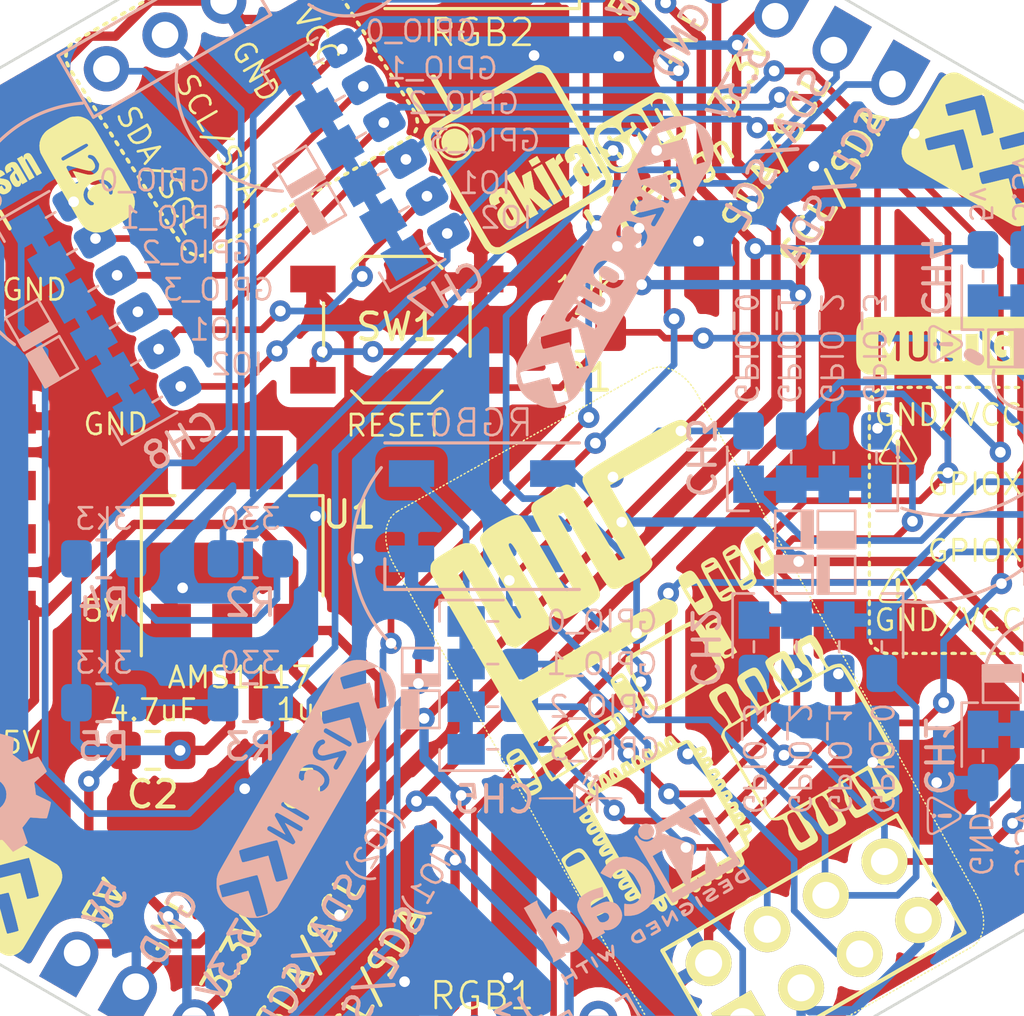
<source format=kicad_pcb>
(kicad_pcb (version 20171130) (host pcbnew 5.1.9-73d0e3b20d~88~ubuntu20.10.1)
  (layers (0 F.Cu signal hide) (31 B.Cu signal hide) (34 B.Paste user hide) (35 F.Paste user) (36 B.SilkS user hide) (37 F.SilkS user) (38 B.Mask user hide) (39 F.Mask user) (44 Edge.Cuts user))
  (net 0 "")
  (net 1 "Net-(D1-Pad2)")
  (net 2 "Net-(D2-Pad2)")
  (net 3 GND)
  (net 4 5v)
  (net 5 3.3V)
  (net 6 4P_VCC_GND_P1)
  (net 7 4P_P2)
  (net 8 GPIO3)
  (net 9 GPIO2)
  (net 10 GPIO1)
  (net 11 GPIO0)
  (net 12 4P_P3)
  (net 13 4P_VCC_GND_P4)
  (net 14 PIN_LED)
  (net 15 I2C_VCC)
  (net 16 PIN_SDA_SCL)
  (net 17 PIN_SCL_SDA)
  (net 18 "Net-(I2C_J2-Pad4)")
  (net 19 "Net-(I2C_J2-Pad3)")
  (net 20 "Net-(J2-Pad5)")
  (net 21 RST)
  (net 22 OUT2)
  (net 23 OUT1)
  (net 24 "Net-(D3-Pad2)")
  (net 25 "Net-(J2-Pad3)")
  (net 26 "Net-(J2-Pad2)")
  (net 27 "Net-(J3-Pad3)")
  (net 28 "Net-(J3-Pad5)")
  (net 29 "Net-(J3-Pad2)")
  (module MisFootprints:multigpio (layer F.Cu) (at 230.4 63.6)
    (fp_text reference Ref** hide)
    (fp_text value Val** hide)
  )
  (module MisFootprints:5xConector_interface_PCB (layer B.Cu) (at 196.600886 86.39 240)
    (fp_text reference I2C_IO_OUT1 hide)
    (fp_text value I2C_IN hide)
    (fp_text user SDA/SCL (at -4.3 -7.6 240) (layer F.SilkS))
    (fp_text user 3.3V (at -2.6 -5.1 60 unlocked) (layer B.SilkS) (effects (justify mirror)))
    (fp_text user GND (at -2.55 -2.5 240) (layer F.SilkS))
    (fp_text user 5V (at -2.1 0 240) (layer F.SilkS))
    (fp_text user SCL/SDA (at -4.45 -10.15 240) (layer F.SilkS))
    (fp_text user GND (at -2.55 -2.5 60 unlocked) (layer B.SilkS) (effects (justify mirror)))
    (fp_text user 5V (at -2.1 -0.05 60 unlocked) (layer B.SilkS) (effects (justify mirror)))
    (fp_text user 3.3V (at -2.8 -5.15 240) (layer F.SilkS))
    (fp_text user SDA/SCL (at -4.4 -7.65 240) (layer B.SilkS) (effects (justify mirror)))
    (fp_text user SCL/SDA (at -4.45 -10.2 240) (layer B.SilkS) (effects (justify mirror)))
    (pad 5 thru_hole custom (at 0 -10.16 240) (size 1.6 1.6) (drill 1) (layers *.Cu *.Mask) (net 23 OUT1) (options (clearance outline) (anchor circle)) (primitives (gr_poly (pts (xy 0 0.8) (xy 1.47 0.8) (xy 1.47 -0.8) (xy 0 -0.8)) (width 0))))
    (pad 4 thru_hole custom (at 0 -7.62 240) (size 1.6 1.6) (drill 1) (layers *.Cu *.Mask) (net 22 OUT2) (options (clearance outline) (anchor circle)) (primitives (gr_poly (pts (xy 0 0.8) (xy 1.47 0.8) (xy 1.47 -0.8) (xy 0 -0.8)) (width 0))))
    (pad 3 thru_hole custom (at 0 -5.08 240) (size 1.6 1.6) (drill 1) (layers *.Cu *.Mask) (net 5 3.3V) (options (clearance outline) (anchor circle)) (primitives (gr_poly (pts (xy 0 0.8) (xy 1.47 0.8) (xy 1.47 -0.8) (xy 0 -0.8)) (width 0))))
    (pad 2 thru_hole custom (at 0 -2.54 240) (size 1.6 1.6) (drill 1) (layers *.Cu *.Mask) (net 3 GND) (options (clearance outline) (anchor circle)) (primitives (gr_poly (pts (xy 0 0.8) (xy 1.47 0.8) (xy 1.47 -0.8) (xy 0 -0.8)) (width 0))))
    (pad 1 thru_hole custom (at 0 0 240) (size 1.6 1.6) (drill 1) (layers *.Cu *.Mask) (net 4 5v) (options (clearance outline) (anchor circle)) (primitives (gr_poly (pts (xy 0 0.8) (xy 1.47 0.8) (xy 1.47 -0.8) (xy 0 -0.8)) (width 0))))
  )
  (module MisFootprints:5xConector_interface_PCB (layer F.Cu) (at 218.4 48.7 60)
    (fp_text reference I2C_IO_IN1 hide)
    (fp_text value I2C_OUT hide)
    (fp_text user SDA/SCL (at -4.3 7.6 -120) (layer B.SilkS) (effects (justify mirror)))
    (fp_text user 3.3V (at -2.6 5.1 60 unlocked) (layer F.SilkS))
    (fp_text user GND (at -2.55 2.5 -120) (layer B.SilkS) (effects (justify mirror)))
    (fp_text user 5V (at -2.1 0 60) (layer B.SilkS) (effects (justify mirror)))
    (fp_text user SCL/SDA (at -4.45 10.15 -120) (layer B.SilkS) (effects (justify mirror)))
    (fp_text user GND (at -2.55 2.5 60 unlocked) (layer F.SilkS))
    (fp_text user 5V (at -2.1 0.05 60 unlocked) (layer F.SilkS))
    (fp_text user 3.3V (at -2.8 5.15 -120) (layer B.SilkS) (effects (justify mirror)))
    (fp_text user SDA/SCL (at -4.4 7.65 -120) (layer F.SilkS))
    (fp_text user SCL/SDA (at -4.45 10.2 -120) (layer F.SilkS))
    (pad 5 thru_hole custom (at 0 10.16 60) (size 1.6 1.6) (drill 1) (layers *.Cu *.Mask) (net 17 PIN_SCL_SDA) (options (clearance outline) (anchor circle)) (primitives (gr_poly (pts (xy 0 -0.8) (xy 1.47 -0.8) (xy 1.47 0.8) (xy 0 0.8)) (width 0))))
    (pad 4 thru_hole custom (at 0 7.62 60) (size 1.6 1.6) (drill 1) (layers *.Cu *.Mask) (net 16 PIN_SDA_SCL) (options (clearance outline) (anchor circle)) (primitives (gr_poly (pts (xy 0 -0.8) (xy 1.47 -0.8) (xy 1.47 0.8) (xy 0 0.8)) (width 0))))
    (pad 3 thru_hole custom (at 0 5.08 60) (size 1.6 1.6) (drill 1) (layers *.Cu *.Mask) (net 5 3.3V) (options (clearance outline) (anchor circle)) (primitives (gr_poly (pts (xy 0 -0.8) (xy 1.47 -0.8) (xy 1.47 0.8) (xy 0 0.8)) (width 0))))
    (pad 2 thru_hole custom (at 0 2.54 60) (size 1.6 1.6) (drill 1) (layers *.Cu *.Mask) (net 3 GND) (options (clearance outline) (anchor circle)) (primitives (gr_poly (pts (xy 0 -0.8) (xy 1.47 -0.8) (xy 1.47 0.8) (xy 0 0.8)) (width 0))))
    (pad 1 thru_hole custom (at 0 0 60) (size 1.6 1.6) (drill 1) (layers *.Cu *.Mask) (net 4 5v) (options (clearance outline) (anchor circle)) (primitives (gr_poly (pts (xy 0 -0.8) (xy 1.47 -0.8) (xy 1.47 0.8) (xy 0 0.8)) (width 0))))
  )
  (module MisFootprints:flechas (layer F.Cu) (at 192.92 83.16)
    (fp_text reference Ref** hide)
    (fp_text value Val** hide)
  )
  (module MisFootprints:flechas (layer F.Cu) (at 230.78 55.78)
    (fp_text reference Ref** hide)
    (fp_text value Val** hide)
  )
  (module MisFootprints:akirasan_logo_small (layer B.Cu) (at 192.68 58.43 210)
    (fp_text reference Ref** hide)
    (fp_text value Val** hide)
  )
  (module MisFootprints:akirasan_logo_inv_small (layer F.Cu) (at 191.75 58.29 30)
    (fp_text reference Ref** hide)
    (fp_text value Val** hide)
  )
  (module MisFootprints:akirasan_logo (layer F.Cu) (at 214.21 57.7 30)
    (fp_text reference Ref** hide)
    (fp_text value Val** hide)
  )
  (module MisFootprints:i2c_out (layer F.Cu) (at 216.7 60.5)
    (fp_text reference Ref** hide)
    (fp_text value Val** hide)
  )
  (module MisFootprints:i2c_in (layer F.Cu) (at 204.74 80.8)
    (fp_text reference Ref** hide)
    (fp_text value Val** hide)
  )
  (module MisFootprints:I2C (layer F.Cu) (at 196.97 57.17)
    (fp_text reference Ref** hide)
    (fp_text value Val** hide)
  )
  (module MisFootprints:logo_kicad (layer F.Cu) (at 217.46 83.97 30)
    (fp_text reference Ref** hide)
    (fp_text value Val** hide)
  )
  (module esp8266_01:atencion (layer B.Cu) (at 229.2 63.55 90)
    (fp_text reference Ref** hide)
    (fp_text value Val** hide)
  )
  (module esp8266_01:atencion (layer B.Cu) (at 229.15 81.25 90)
    (fp_text reference Ref** hide)
    (fp_text value Val** hide)
  )
  (module esp8266_01:atencion (layer B.Cu) (at 214.05 47.55 210)
    (fp_text reference Ref** hide)
    (fp_text value Val** hide)
  )
  (module esp8266_01:atencion (layer F.Cu) (at 227.4 72.6)
    (fp_text reference Ref** hide)
    (fp_text value Val** hide)
  )
  (module esp8266_01:led (layer B.Cu) (at 215.5 80.35 180)
    (fp_text reference Ref** hide)
    (fp_text value Val** hide)
  )
  (module esp8266_01:atencion (layer F.Cu) (at 227.4 67.4)
    (fp_text reference Ref** hide)
    (fp_text value Val** hide)
  )
  (module esp8266_01:design_v1 (layer F.Cu) (at 211.8 70)
    (fp_text reference Ref** hide)
    (fp_text value Val** hide)
    (fp_line (start -23.619564 -13.636762) (end -23.619564 -13.636762) (layer Edge.Cuts) (width 0.1))
    (fp_line (start -23.619564 13.636762) (end -23.619564 -13.636762) (layer Edge.Cuts) (width 0.1))
    (fp_line (start 0 27.273523) (end -23.619564 13.636762) (layer Edge.Cuts) (width 0.1))
    (fp_line (start 23.619564 13.636762) (end 0 27.273523) (layer Edge.Cuts) (width 0.1))
    (fp_line (start 23.619564 -13.636762) (end 23.619564 13.636762) (layer Edge.Cuts) (width 0.1))
    (fp_line (start 0 -27.273523) (end 23.619564 -13.636762) (layer Edge.Cuts) (width 0.1))
    (fp_line (start -23.619564 -13.636762) (end 0 -27.273523) (layer Edge.Cuts) (width 0.1))
  )
  (module Symbol:OSHW-Logo2_7.3x6mm_SilkScreen (layer B.Cu) (at 192.92 80.68 120)
    (fp_text reference REF** hide)
    (fp_text value OSHW-Logo2_7.3x6mm_SilkScreen hide)
  )
  (module MisFootprints:Config_HW_3x1_HandSolder (layer B.Cu) (at 232.8 60.2 270)
    (fp_text reference CH4 (at 0.8 4 270 unlocked) (layer B.SilkS) (effects (justify mirror)))
    (fp_text value Config_HW_3x1)
    (pad 1 smd custom (at 1.8 2.2 270) (size 1.4 1.15) (layers B.Cu B.Paste B.Mask) (net 13 4P_VCC_GND_P4) (options (clearance outline) (anchor rect)) (primitives (gr_poly (pts (xy -0.7 -1.025) (xy 0.7 -1.025) (xy 0.7 -2.175) (xy -0.7 -2.175)) (width 0)) (gr_line (start 0 0) (end 0 -3.5) (width 0.5)) (gr_poly (pts (xy -0.7 -2.625) (xy 0.7 -2.625) (xy 0.7 -3.775) (xy -0.7 -3.775)) (width 0))))
    (pad 4 smd roundrect (at -0.2 -1) (size 1.15 1.4) (layers B.Cu B.Paste B.Mask) (roundrect_rratio 0.217) (net 3 GND))
    (pad 3 smd roundrect (at -0.2 0.6 180) (size 1.15 1.4) (layers B.Cu B.Paste B.Mask) (roundrect_rratio 0.217) (net 5 3.3V))
    (pad 2 smd roundrect (at -0.2 2.2) (size 1.15 1.4) (layers B.Cu B.Paste B.Mask) (roundrect_rratio 0.2173904347826087) (net 4 5v))
  )
  (module MisFootprints:Config_HW_3x1_HandSolder (layer B.Cu) (at 231.6 79.8 90)
    (fp_text reference CH1 (at 0.82 -2.69 270 unlocked) (layer B.SilkS) (effects (justify mirror)))
    (fp_text value Config_HW_3x1)
    (pad 1 smd custom (at 1.8 2.2 90) (size 1.4 1.15) (layers B.Cu B.Paste B.Mask) (net 6 4P_VCC_GND_P1) (options (clearance outline) (anchor rect)) (primitives (gr_poly (pts (xy -0.7 -1.025) (xy 0.7 -1.025) (xy 0.7 -2.175) (xy -0.7 -2.175)) (width 0)) (gr_line (start 0 0) (end 0 -3.5) (width 0.5)) (gr_poly (pts (xy -0.7 -2.625) (xy 0.7 -2.625) (xy 0.7 -3.775) (xy -0.7 -3.775)) (width 0))))
    (pad 4 smd roundrect (at -0.2 -1 180) (size 1.15 1.4) (layers B.Cu B.Paste B.Mask) (roundrect_rratio 0.217) (net 3 GND))
    (pad 3 smd roundrect (at -0.2 0.6) (size 1.15 1.4) (layers B.Cu B.Paste B.Mask) (roundrect_rratio 0.217) (net 5 3.3V))
    (pad 2 smd roundrect (at -0.2 2.2 180) (size 1.15 1.4) (layers B.Cu B.Paste B.Mask) (roundrect_rratio 0.2173904347826087) (net 4 5v))
  )
  (module MisFootprints:Config_HW_4x1_HandSolder (layer B.Cu) (at 213 76.15 180)
    (fp_text reference CH5 (at 0.74 -4.48) (layer B.SilkS) (effects (justify mirror)))
    (fp_text value Config_HW_4x1 hide)
    (pad 1 smd custom (at 1.8 2.2 180) (size 1.4 1.15) (layers B.Cu B.Paste B.Mask) (net 14 PIN_LED) (options (clearance outline) (anchor rect)) (primitives (gr_poly (pts (xy 0.7 -2.625) (xy 0.7 -3.775) (xy -0.7 -3.775) (xy -0.7 -2.625)) (width 0)) (gr_poly (pts (xy 0.7 -1.025) (xy 0.7 -2.175) (xy -0.7 -2.175) (xy -0.7 -1.025)) (width 0)) (gr_line (start 0 0) (end 0 -4.8) (width 0.5)) (gr_poly (pts (xy 0.7 -4.225) (xy 0.7 -5.375) (xy -0.7 -5.375) (xy -0.7 -4.225)) (width 0))))
    (pad 5 smd roundrect (at -0.2 -2.6 90) (size 1.15 1.4) (layers B.Cu B.Paste B.Mask) (roundrect_rratio 0.217) (net 8 GPIO3))
    (pad 4 smd roundrect (at -0.2 -1 270) (size 1.15 1.4) (layers B.Cu B.Paste B.Mask) (roundrect_rratio 0.217) (net 9 GPIO2))
    (pad 3 smd roundrect (at -0.2 0.6 90) (size 1.15 1.4) (layers B.Cu B.Paste B.Mask) (roundrect_rratio 0.217) (net 10 GPIO1))
    (pad 2 smd roundrect (at -0.2 2.2 270) (size 1.15 1.4) (layers B.Cu B.Paste B.Mask) (roundrect_rratio 0.2173904347826087) (net 11 GPIO0))
  )
  (module MisFootprints:Config_HW_4x1_HandSolder (layer B.Cu) (at 224 67 270)
    (fp_text reference CH3 (at 0.81 4.01 270 unlocked) (layer B.SilkS) (effects (justify mirror)))
    (fp_text value Config_HW_4x1 hide)
    (pad 1 smd custom (at 1.8 2.2 270) (size 1.4 1.15) (layers B.Cu B.Paste B.Mask) (net 12 4P_P3) (options (clearance outline) (anchor rect)) (primitives (gr_poly (pts (xy 0.7 -2.625) (xy 0.7 -3.775) (xy -0.7 -3.775) (xy -0.7 -2.625)) (width 0)) (gr_poly (pts (xy 0.7 -1.025) (xy 0.7 -2.175) (xy -0.7 -2.175) (xy -0.7 -1.025)) (width 0)) (gr_line (start 0 0) (end 0 -4.8) (width 0.5)) (gr_poly (pts (xy 0.7 -4.225) (xy 0.7 -5.375) (xy -0.7 -5.375) (xy -0.7 -4.225)) (width 0))))
    (pad 5 smd roundrect (at -0.2 -2.6 180) (size 1.15 1.4) (layers B.Cu B.Paste B.Mask) (roundrect_rratio 0.217) (net 8 GPIO3))
    (pad 4 smd roundrect (at -0.2 -1) (size 1.15 1.4) (layers B.Cu B.Paste B.Mask) (roundrect_rratio 0.217) (net 9 GPIO2))
    (pad 3 smd roundrect (at -0.2 0.6 180) (size 1.15 1.4) (layers B.Cu B.Paste B.Mask) (roundrect_rratio 0.217) (net 10 GPIO1))
    (pad 2 smd roundrect (at -0.2 2.2) (size 1.15 1.4) (layers B.Cu B.Paste B.Mask) (roundrect_rratio 0.2173904347826087) (net 11 GPIO0))
  )
  (module MisFootprints:Config_HW_4x1_HandSolder (layer B.Cu) (at 224.6 75.7 90)
    (fp_text reference CH2 (at 0.76 -4.45 270 unlocked) (layer B.SilkS) (effects (justify mirror)))
    (fp_text value Config_HW_4x1 hide)
    (pad 1 smd custom (at 1.8 2.2 90) (size 1.4 1.15) (layers B.Cu B.Paste B.Mask) (net 7 4P_P2) (options (clearance outline) (anchor rect)) (primitives (gr_poly (pts (xy 0.7 -2.625) (xy 0.7 -3.775) (xy -0.7 -3.775) (xy -0.7 -2.625)) (width 0)) (gr_poly (pts (xy 0.7 -1.025) (xy 0.7 -2.175) (xy -0.7 -2.175) (xy -0.7 -1.025)) (width 0)) (gr_line (start 0 0) (end 0 -4.8) (width 0.5)) (gr_poly (pts (xy 0.7 -4.225) (xy 0.7 -5.375) (xy -0.7 -5.375) (xy -0.7 -4.225)) (width 0))))
    (pad 5 smd roundrect (at -0.2 -2.6) (size 1.15 1.4) (layers B.Cu B.Paste B.Mask) (roundrect_rratio 0.217) (net 8 GPIO3))
    (pad 4 smd roundrect (at -0.2 -1 180) (size 1.15 1.4) (layers B.Cu B.Paste B.Mask) (roundrect_rratio 0.217) (net 9 GPIO2))
    (pad 3 smd roundrect (at -0.2 0.6) (size 1.15 1.4) (layers B.Cu B.Paste B.Mask) (roundrect_rratio 0.217) (net 10 GPIO1))
    (pad 2 smd roundrect (at -0.2 2.2 180) (size 1.15 1.4) (layers B.Cu B.Paste B.Mask) (roundrect_rratio 0.2173904347826087) (net 11 GPIO0))
  )
  (module MisFootprints:Config_HW_2x1_HandSolder (layer B.Cu) (at 212 47.5 210)
    (fp_text reference CH6 (at 1.187391 -1.196621 30) (layer B.SilkS) (effects (justify mirror)))
    (fp_text value Config_HW_2x1)
    (pad 1 smd custom (at 1.8 2.2 210) (size 1.4 1.15) (layers B.Cu B.Paste B.Mask) (net 15 I2C_VCC) (options (clearance outline) (anchor rect)) (primitives (gr_line (start 0 0) (end 0 -1.85) (width 0.5)) (gr_poly (pts (xy -0.7 -1.025) (xy 0.7 -1.025) (xy 0.7 -2.175) (xy -0.7 -2.175)) (width 0))))
    (pad 3 smd roundrect (at -0.2 0.6 120) (size 1.15 1.4) (layers B.Cu B.Paste B.Mask) (roundrect_rratio 0.217) (net 5 3.3V))
    (pad 2 smd roundrect (at -0.2 2.2 300) (size 1.15 1.4) (layers B.Cu B.Paste B.Mask) (roundrect_rratio 0.2173904347826087) (net 4 5v))
  )
  (module MisFootprints:Config_HW_6x1_HandSolder (layer B.Cu) (at 207.458846 54.441154 210)
    (fp_text reference CH7 (at 0.930706 -7.694339 30) (layer B.SilkS) (effects (justify mirror)))
    (fp_text value Config_HW_6x1 hide)
    (pad 1 smd custom (at 1.7 2.2 210) (size 1.4 1.15) (layers B.Cu B.Paste B.Mask) (net 16 PIN_SDA_SCL) (options (clearance outline) (anchor rect)) (primitives (gr_line (start 0 0) (end 0 -8.2) (width 0.5)) (gr_poly (pts (xy -0.7 -4.2) (xy 0.7 -4.2) (xy 0.7 -5.4) (xy -0.7 -5.4)) (width 0)) (gr_poly (pts (xy -0.7 -7.4) (xy 0.7 -7.4) (xy 0.7 -8.6) (xy -0.7 -8.6)) (width 0)) (gr_poly (pts (xy -0.7 -1) (xy 0.7 -1) (xy 0.7 -2.2) (xy -0.7 -2.2)) (width 0)) (gr_poly (pts (xy -0.7 -5.8) (xy 0.7 -5.8) (xy 0.7 -7) (xy -0.7 -7)) (width 0)) (gr_poly (pts (xy -0.7 -2.6) (xy 0.7 -2.6) (xy 0.7 -3.8) (xy -0.7 -3.8)) (width 0))))
    (pad 7 smd roundrect (at -0.2 -5.8 300) (size 1.15 1.4) (layers B.Cu B.Paste B.Mask) (roundrect_rratio 0.217) (net 22 OUT2))
    (pad 6 smd roundrect (at -0.2 -4.2 300) (size 1.15 1.4) (layers B.Cu B.Paste B.Mask) (roundrect_rratio 0.217) (net 23 OUT1))
    (pad 5 smd roundrect (at -0.2 -2.6 120) (size 1.15 1.4) (layers B.Cu B.Paste B.Mask) (roundrect_rratio 0.217) (net 8 GPIO3))
    (pad 4 smd roundrect (at -0.2 -1 300) (size 1.15 1.4) (layers B.Cu B.Paste B.Mask) (roundrect_rratio 0.217) (net 9 GPIO2))
    (pad 3 smd roundrect (at -0.2 0.6 120) (size 1.15 1.4) (layers B.Cu B.Paste B.Mask) (roundrect_rratio 0.217) (net 10 GPIO1))
    (pad 2 smd roundrect (at -0.2 2.2 300) (size 1.15 1.4) (layers B.Cu B.Paste B.Mask) (roundrect_rratio 0.2173904347826087) (net 11 GPIO0))
  )
  (module MisFootprints:Config_HW_6x1_HandSolder (layer B.Cu) (at 197.4 60.2 210)
    (fp_text reference CH8 (at 0.800321 -7.586197 30) (layer B.SilkS) (effects (justify mirror)))
    (fp_text value Config_HW_6x1 hide)
    (pad 1 smd custom (at 1.7 2.2 210) (size 1.4 1.15) (layers B.Cu B.Paste B.Mask) (net 17 PIN_SCL_SDA) (options (clearance outline) (anchor rect)) (primitives (gr_line (start 0 0) (end 0 -8.2) (width 0.5)) (gr_poly (pts (xy -0.7 -4.2) (xy 0.7 -4.2) (xy 0.7 -5.4) (xy -0.7 -5.4)) (width 0)) (gr_poly (pts (xy -0.7 -7.4) (xy 0.7 -7.4) (xy 0.7 -8.6) (xy -0.7 -8.6)) (width 0)) (gr_poly (pts (xy -0.7 -1) (xy 0.7 -1) (xy 0.7 -2.2) (xy -0.7 -2.2)) (width 0)) (gr_poly (pts (xy -0.7 -5.8) (xy 0.7 -5.8) (xy 0.7 -7) (xy -0.7 -7)) (width 0)) (gr_poly (pts (xy -0.7 -2.6) (xy 0.7 -2.6) (xy 0.7 -3.8) (xy -0.7 -3.8)) (width 0))))
    (pad 7 smd roundrect (at -0.2 -5.8 300) (size 1.15 1.4) (layers B.Cu B.Paste B.Mask) (roundrect_rratio 0.217) (net 22 OUT2))
    (pad 6 smd roundrect (at -0.2 -4.2 300) (size 1.15 1.4) (layers B.Cu B.Paste B.Mask) (roundrect_rratio 0.217) (net 23 OUT1))
    (pad 5 smd roundrect (at -0.2 -2.6 120) (size 1.15 1.4) (layers B.Cu B.Paste B.Mask) (roundrect_rratio 0.217) (net 8 GPIO3))
    (pad 4 smd roundrect (at -0.2 -1 300) (size 1.15 1.4) (layers B.Cu B.Paste B.Mask) (roundrect_rratio 0.217) (net 9 GPIO2))
    (pad 3 smd roundrect (at -0.2 0.6 120) (size 1.15 1.4) (layers B.Cu B.Paste B.Mask) (roundrect_rratio 0.217) (net 10 GPIO1))
    (pad 2 smd roundrect (at -0.2 2.2 300) (size 1.15 1.4) (layers B.Cu B.Paste B.Mask) (roundrect_rratio 0.2173904347826087) (net 11 GPIO0))
  )
  (module MisFootprints:Point_Contact_1 (layer F.Cu) (at 191.4 61.5)
    (fp_text reference TP2 hide)
    (fp_text value GND hide)
    (pad 1 smd roundrect (at 0 0) (size 4 2) (layers F.Cu F.Paste F.Mask) (roundrect_rratio 0.5) (net 3 GND))
  )
  (module MisFootprints:Point_Contact_1 (layer F.Cu) (at 191.4 78.5)
    (fp_text reference TP1 hide)
    (fp_text value VCC hide)
    (pad 1 smd roundrect (at 0 0) (size 4 2) (layers F.Cu F.Paste F.Mask) (roundrect_rratio 0.5) (net 4 5v))
  )
  (module Connector_USB:USB_Micro-B_Molex-105017-0001 (layer B.Cu) (at 214.729776 91.428294 210)
    (fp_text reference J3 (at 0 3.1125 210) (layer B.SilkS) (effects (justify mirror)))
    (fp_text value USB_B)
    (pad 6 smd rect (at -2.9 -1.2375 210) (size 1.2 1.9) (layers B.Cu B.Mask))
    (pad 6 smd rect (at 2.9 -1.2375 210) (size 1.2 1.9) (layers B.Cu B.Mask))
    (pad 6 thru_hole oval (at 3.5 -1.2375 210) (size 1.2 1.9) (drill oval 0.6 1.3) (layers *.Cu *.Mask))
    (pad 6 thru_hole oval (at -3.5 -1.2375 30) (size 1.2 1.9) (drill oval 0.6 1.3) (layers *.Cu *.Mask))
    (pad 6 smd rect (at -1 -1.2375 210) (size 1.5 1.9) (layers B.Cu B.Paste B.Mask))
    (pad 6 thru_hole circle (at 2.5 1.4625 210) (size 1.45 1.45) (drill 0.85) (layers *.Cu *.Mask))
    (pad 3 smd rect (at 0 1.4625 210) (size 0.4 1.35) (layers B.Cu B.Paste B.Mask) (net 27 "Net-(J3-Pad3)"))
    (pad 4 smd rect (at 0.65 1.4625 210) (size 0.4 1.35) (layers B.Cu B.Paste B.Mask) (net 3 GND))
    (pad 5 smd rect (at 1.3 1.4625 210) (size 0.4 1.35) (layers B.Cu B.Paste B.Mask) (net 28 "Net-(J3-Pad5)"))
    (pad 1 smd rect (at -1.3 1.4625 210) (size 0.4 1.35) (layers B.Cu B.Paste B.Mask) (net 4 5v))
    (pad 2 smd rect (at -0.65 1.4625 210) (size 0.4 1.35) (layers B.Cu B.Paste B.Mask) (net 29 "Net-(J3-Pad2)"))
    (pad 6 thru_hole circle (at -2.5 1.4625 210) (size 1.45 1.45) (drill 0.85) (layers *.Cu *.Mask))
    (pad 6 smd rect (at 1 -1.2375 210) (size 1.5 1.9) (layers B.Cu B.Paste B.Mask))
  )
  (module ESP8266:ESP-01 (layer F.Cu) (at 221.570295 88.969705 120)
    (fp_text reference U2 hide)
    (fp_text value ESP-01v090 hide)
    (pad 8 thru_hole oval (at 2.54 7.62 120) (size 1.7272 1.7272) (drill 1.016) (layers *.Cu *.Mask F.SilkS) (net 8 GPIO3))
    (pad 7 thru_hole oval (at 0 7.62 120) (size 1.7272 1.7272) (drill 1.016) (layers *.Cu *.Mask F.SilkS) (net 5 3.3V))
    (pad 6 thru_hole oval (at 2.54 5.08 120) (size 1.7272 1.7272) (drill 1.016) (layers *.Cu *.Mask F.SilkS) (net 11 GPIO0))
    (pad 5 thru_hole oval (at 0 5.08 120) (size 1.7272 1.7272) (drill 1.016) (layers *.Cu *.Mask F.SilkS) (net 21 RST))
    (pad 4 thru_hole oval (at 2.54 2.54 120) (size 1.7272 1.7272) (drill 1.016) (layers *.Cu *.Mask F.SilkS) (net 9 GPIO2))
    (pad 3 thru_hole oval (at 0 2.54 120) (size 1.7272 1.7272) (drill 1.016) (layers *.Cu *.Mask F.SilkS) (net 5 3.3V))
    (pad 2 thru_hole oval (at 2.54 0 120) (size 1.7272 1.7272) (drill 1.016) (layers *.Cu *.Mask F.SilkS) (net 3 GND))
    (pad 1 thru_hole rect (at 0 0 120) (size 1.7272 1.7272) (drill 1.016) (layers *.Cu *.Mask F.SilkS) (net 10 GPIO1))
  )
  (module MisFootprints:LED_WS2812B_PLCC4_5.0x5.0mm_P3.2mm_Hands_MODIFICADO (layer F.Cu) (at 211.8 48.2)
    (fp_text reference D3 hide)
    (fp_text value WS2812B)
    (pad 3 smd rect (at 2.65 1.6) (size 1.7 1) (layers F.Cu F.Paste F.Mask) (net 3 GND))
    (pad 4 smd rect (at 2.65 -1.6) (size 1.7 1) (layers F.Cu F.Paste F.Mask) (net 2 "Net-(D2-Pad2)"))
    (pad 2 smd rect (at -2.65 1.6) (size 1.7 1) (layers F.Cu F.Paste F.Mask) (net 24 "Net-(D3-Pad2)"))
    (pad 1 smd rect (at -2.65 -1.6) (size 1.7 1) (layers F.Cu F.Paste F.Mask) (net 4 5v))
  )
  (module MisFootprints:LED_WS2812B_PLCC4_5.0x5.0mm_P3.2mm_Hands_MODIFICADO (layer F.Cu) (at 211.8 91.6)
    (fp_text reference D2 hide)
    (fp_text value WS2812B)
    (pad 3 smd rect (at 2.65 1.6) (size 1.7 1) (layers F.Cu F.Paste F.Mask) (net 3 GND))
    (pad 4 smd rect (at 2.65 -1.6) (size 1.7 1) (layers F.Cu F.Paste F.Mask) (net 1 "Net-(D1-Pad2)"))
    (pad 2 smd rect (at -2.65 1.6) (size 1.7 1) (layers F.Cu F.Paste F.Mask) (net 2 "Net-(D2-Pad2)"))
    (pad 1 smd rect (at -2.65 -1.6) (size 1.7 1) (layers F.Cu F.Paste F.Mask) (net 4 5v))
  )
  (module MisFootprints:LED_WS2812B_PLCC4_5.0x5.0mm_P3.2mm_Hands_MODIFICADO (layer B.Cu) (at 211.8 70 180)
    (fp_text reference D1 hide)
    (fp_text value WS2812B)
    (pad 3 smd rect (at 2.65 -1.6 180) (size 1.7 1) (layers B.Cu B.Paste B.Mask) (net 3 GND))
    (pad 4 smd rect (at 2.65 1.6 180) (size 1.7 1) (layers B.Cu B.Paste B.Mask) (net 14 PIN_LED))
    (pad 2 smd rect (at -2.65 -1.6 180) (size 1.7 1) (layers B.Cu B.Paste B.Mask) (net 1 "Net-(D1-Pad2)"))
    (pad 1 smd rect (at -2.65 1.6 180) (size 1.7 1) (layers B.Cu B.Paste B.Mask) (net 4 5v))
  )
  (module Button_Switch_SMD:SW_SPST_TL3342 (layer F.Cu) (at 208.6 63)
    (fp_text reference SW1 (at 0 -0.1) (layer F.SilkS))
    (fp_text value SW_Push)
    (pad 2 smd rect (at 3.15 1.9) (size 1.7 1) (layers F.Cu F.Paste F.Mask) (net 21 RST))
    (pad 2 smd rect (at -3.15 1.9) (size 1.7 1) (layers F.Cu F.Paste F.Mask) (net 21 RST))
    (pad 1 smd rect (at 3.15 -1.9) (size 1.7 1) (layers F.Cu F.Paste F.Mask) (net 3 GND))
    (pad 1 smd rect (at -3.15 -1.9) (size 1.7 1) (layers F.Cu F.Paste F.Mask) (net 3 GND))
  )
  (module Package_TO_SOT_SMD:SOT-223-3_TabPin2 (layer F.Cu) (at 202.42 71.14 90)
    (fp_text reference U1 (at 1.2 4.4 180) (layer F.SilkS))
    (fp_text value AMS1117-3.3)
    (pad 1 smd rect (at -3.15 -2.3 90) (size 2 1.5) (layers F.Cu F.Paste F.Mask) (net 3 GND))
    (pad 3 smd rect (at -3.15 2.3 90) (size 2 1.5) (layers F.Cu F.Paste F.Mask) (net 4 5v))
    (pad 2 smd rect (at -3.15 0 90) (size 2 1.5) (layers F.Cu F.Paste F.Mask) (net 5 3.3V))
    (pad 2 smd rect (at 3.15 0 90) (size 2 3.8) (layers F.Cu F.Paste F.Mask) (net 5 3.3V))
  )
  (module Resistor_SMD:R_0805_2012Metric_Pad1.15x1.40mm_HandSolder (layer B.Cu) (at 197.6 77)
    (fp_text reference R5 (at 0 1.65) (layer B.SilkS) (effects (justify mirror)))
    (fp_text value 3K3)
    (pad 2 smd roundrect (at 1.025 0) (size 1.15 1.4) (layers B.Cu B.Paste B.Mask) (roundrect_rratio 0.2173904347826087) (net 18 "Net-(I2C_J2-Pad4)"))
    (pad 1 smd roundrect (at -1.025 0) (size 1.15 1.4) (layers B.Cu B.Paste B.Mask) (roundrect_rratio 0.2173904347826087) (net 5 3.3V))
  )
  (module Resistor_SMD:R_0805_2012Metric_Pad1.15x1.40mm_HandSolder (layer B.Cu) (at 197.6 71.6)
    (fp_text reference R4 (at 0 1.65) (layer B.SilkS) (effects (justify mirror)))
    (fp_text value 3K3)
    (pad 2 smd roundrect (at 1.025 0) (size 1.15 1.4) (layers B.Cu B.Paste B.Mask) (roundrect_rratio 0.2173904347826087) (net 19 "Net-(I2C_J2-Pad3)"))
    (pad 1 smd roundrect (at -1.025 0) (size 1.15 1.4) (layers B.Cu B.Paste B.Mask) (roundrect_rratio 0.2173904347826087) (net 5 3.3V))
  )
  (module Resistor_SMD:R_0805_2012Metric_Pad1.15x1.40mm_HandSolder (layer B.Cu) (at 203.1 77)
    (fp_text reference R3 (at 0 1.65) (layer B.SilkS) (effects (justify mirror)))
    (fp_text value 330)
    (pad 2 smd roundrect (at 1.025 0) (size 1.15 1.4) (layers B.Cu B.Paste B.Mask) (roundrect_rratio 0.2173904347826087) (net 17 PIN_SCL_SDA))
    (pad 1 smd roundrect (at -1.025 0) (size 1.15 1.4) (layers B.Cu B.Paste B.Mask) (roundrect_rratio 0.2173904347826087) (net 18 "Net-(I2C_J2-Pad4)"))
  )
  (module Resistor_SMD:R_0805_2012Metric_Pad1.15x1.40mm_HandSolder (layer B.Cu) (at 203.1 71.6)
    (fp_text reference R2 (at 0 1.65) (layer B.SilkS) (effects (justify mirror)))
    (fp_text value 330)
    (pad 2 smd roundrect (at 1.025 0) (size 1.15 1.4) (layers B.Cu B.Paste B.Mask) (roundrect_rratio 0.2173904347826087) (net 19 "Net-(I2C_J2-Pad3)"))
    (pad 1 smd roundrect (at -1.025 0) (size 1.15 1.4) (layers B.Cu B.Paste B.Mask) (roundrect_rratio 0.2173904347826087) (net 16 PIN_SDA_SCL))
  )
  (module Resistor_SMD:R_0805_2012Metric_Pad1.15x1.40mm_HandSolder (layer F.Cu) (at 215.6 63.1)
    (fp_text reference R1 (at 0.1 1.7) (layer F.SilkS))
    (fp_text value 10K)
    (pad 2 smd roundrect (at 1.025 0) (size 1.15 1.4) (layers F.Cu F.Paste F.Mask) (roundrect_rratio 0.2173904347826087) (net 21 RST))
    (pad 1 smd roundrect (at -1.025 0) (size 1.15 1.4) (layers F.Cu F.Paste F.Mask) (roundrect_rratio 0.2173904347826087) (net 5 3.3V))
  )
  (module Connector_USB:USB_A_CNCTech_1001-011-01101_Horizontal (layer F.Cu) (at 184.15 69.85 180)
    (fp_text reference J2 (at -6.8 0.1) (layer F.SilkS))
    (fp_text value USB_A)
    (pad "" np_thru_hole circle (at -6.9 2.3 180) (size 1.1 1.1) (drill 1.1) (layers *.Cu *.Mask))
    (pad "" np_thru_hole circle (at -6.9 -2.3 180) (size 1.1 1.1) (drill 1.1) (layers *.Cu *.Mask))
    (pad 5 thru_hole oval (at -6.9 5.7 180) (size 3.5 1.9) (drill oval 2.5 0.9) (layers *.Cu *.Mask) (net 20 "Net-(J2-Pad5)"))
    (pad 5 thru_hole oval (at -6.9 -5.7 180) (size 3.5 1.9) (drill oval 2.5 0.9) (layers *.Cu *.Mask) (net 20 "Net-(J2-Pad5)"))
    (pad 4 smd rect (at -9.65 3.5 180) (size 2.5 1.1) (layers F.Cu F.Paste F.Mask) (net 3 GND))
    (pad 1 smd rect (at -9.65 -3.5 180) (size 2.5 1.1) (layers F.Cu F.Paste F.Mask) (net 4 5v))
    (pad 3 smd rect (at -9.65 1 180) (size 2.5 1.1) (layers F.Cu F.Paste F.Mask) (net 25 "Net-(J2-Pad3)"))
    (pad 2 smd rect (at -9.65 -1 180) (size 2.5 1.1) (layers F.Cu F.Paste F.Mask) (net 26 "Net-(J2-Pad2)"))
  )
  (module Connector_PinHeader_2.54mm:PinHeader_1x04_P2.54mm_Vertical (layer B.Cu) (at 233.5 73.84)
    (fp_text reference J1 hide)
    (fp_text value Conn_01x04)
    (pad 4 thru_hole oval (at 0 -7.62) (size 1.7 1.7) (drill 1) (layers *.Cu *.Mask) (net 13 4P_VCC_GND_P4))
    (pad 3 thru_hole oval (at 0 -5.08) (size 1.7 1.7) (drill 1) (layers *.Cu *.Mask) (net 12 4P_P3))
    (pad 2 thru_hole oval (at 0 -2.54) (size 1.7 1.7) (drill 1) (layers *.Cu *.Mask) (net 7 4P_P2))
    (pad 1 thru_hole rect (at 0 0) (size 1.7 1.7) (drill 1) (layers *.Cu *.Mask) (net 6 4P_VCC_GND_P1))
  )
  (module Connector_PinHeader_2.54mm:PinHeader_1x04_P2.54mm_Vertical (layer B.Cu) (at 204.299409 49.4 120)
    (fp_text reference I2C_J2 hide)
    (fp_text value Conn_01x04)
    (pad 4 thru_hole oval (at 0 -7.62 120) (size 1.7 1.7) (drill 1) (layers *.Cu *.Mask) (net 18 "Net-(I2C_J2-Pad4)"))
    (pad 3 thru_hole oval (at 0 -5.08 120) (size 1.7 1.7) (drill 1) (layers *.Cu *.Mask) (net 19 "Net-(I2C_J2-Pad3)"))
    (pad 2 thru_hole oval (at 0 -2.54 120) (size 1.7 1.7) (drill 1) (layers *.Cu *.Mask) (net 3 GND))
    (pad 1 thru_hole rect (at 0 0 120) (size 1.7 1.7) (drill 1) (layers *.Cu *.Mask) (net 15 I2C_VCC))
  )
  (module Capacitor_SMD:C_0805_2012Metric_Pad1.15x1.40mm_HandSolder (layer F.Cu) (at 199.44 78.79 180)
    (fp_text reference C2 (at 0 -1.65) (layer F.SilkS))
    (fp_text value 4.7uF)
    (pad 2 smd roundrect (at 1.025 0 180) (size 1.15 1.4) (layers F.Cu F.Paste F.Mask) (roundrect_rratio 0.2173904347826087) (net 3 GND))
    (pad 1 smd roundrect (at -1.025 0 180) (size 1.15 1.4) (layers F.Cu F.Paste F.Mask) (roundrect_rratio 0.2173904347826087) (net 5 3.3V))
  )
  (module Capacitor_SMD:C_0805_2012Metric_Pad1.15x1.40mm_HandSolder (layer F.Cu) (at 205.14 78.79 180)
    (fp_text reference C1 (at 0 -1.65) (layer F.SilkS))
    (fp_text value 1uF)
    (pad 2 smd roundrect (at 1.025 0 180) (size 1.15 1.4) (layers F.Cu F.Paste F.Mask) (roundrect_rratio 0.2173904347826087) (net 3 GND))
    (pad 1 smd roundrect (at -1.025 0 180) (size 1.15 1.4) (layers F.Cu F.Paste F.Mask) (roundrect_rratio 0.2173904347826087) (net 4 5v))
  )
  (gr_text design (at 219.06 57.2 30) (layer F.SilkS) (effects (font (size 1 1))))
  (gr_text GND (at 195 61.5) (layer F.SilkS) (effects (font (size 0.8 0.8) (thickness 0.1))))
  (gr_text 5V (at 194.5 78.5) (layer F.SilkS) (effects (font (size 0.8 0.8) (thickness 0.1))))
  (gr_text 330 (at 203.1 75.5) (layer B.SilkS) (effects (font (size 0.8 0.8) (thickness 0.1)) (justify mirror)))
  (gr_text 3k3 (at 197.6 75.5) (layer B.SilkS) (effects (font (size 0.8 0.8) (thickness 0.1)) (justify mirror)))
  (gr_text 3k3 (at 197.6 70.1) (layer B.SilkS) (effects (font (size 0.8 0.8) (thickness 0.1)) (justify mirror)))
  (gr_text 330 (at 203.1 70.1) (layer B.SilkS) (effects (font (size 0.8 0.8) (thickness 0.1)) (justify mirror)))
  (gr_text 5V (at 197.55 73.55) (layer F.SilkS) (effects (font (size 0.8 0.8) (thickness 0.1))))
  (gr_text GND (at 198.05 66.55) (layer F.SilkS) (effects (font (size 0.8 0.8) (thickness 0.1))))
  (gr_text RGB2 (at 211.8 51.85) (layer F.SilkS) (effects (font (size 1 1) (thickness 0.1))))
  (gr_text RGB1 (at 211.8 88) (layer F.SilkS) (effects (font (size 1 1) (thickness 0.1))))
  (gr_text RGB0 (at 211.75 66.5) (layer B.SilkS) (effects (font (size 1 1) (thickness 0.1)) (justify mirror)))
  (gr_text SDA/SCL (at 199.7 57 300) (layer F.SilkS) (effects (font (size 0.8 0.8) (thickness 0.1))))
  (gr_text SCL/SDA (at 201.9 55.8 300) (layer F.SilkS) (effects (font (size 0.8 0.8) (thickness 0.1))))
  (gr_text GND (at 203.3 53.3 300) (layer F.SilkS) (effects (font (size 0.8 0.8) (thickness 0.1))))
  (gr_text VCC (at 205.6 52 300) (layer F.SilkS) (effects (font (size 0.8 0.8) (thickness 0.1))))
  (gr_text GPIOX (at 230.3 71.3) (layer F.SilkS) (effects (font (size 0.8 0.8) (thickness 0.1))))
  (gr_text GPIOX (at 230.3 68.8) (layer F.SilkS) (effects (font (size 0.8 0.8) (thickness 0.1))))
  (gr_text GND/VCC (at 229.3 73.9) (layer F.SilkS) (effects (font (size 0.8 0.8) (thickness 0.1))))
  (gr_text 10K (at 215.7 61.4) (layer F.SilkS) (effects (font (size 0.8 0.8) (thickness 0.1))))
  (gr_text 1uF (at 205.15 77.25) (layer F.SilkS) (effects (font (size 0.8 0.8) (thickness 0.1))))
  (gr_text 4.7uF (at 199.44 77.28) (layer F.SilkS) (effects (font (size 0.8 0.8) (thickness 0.1))))
  (gr_text RESET (at 208.5 66.6) (layer F.SilkS) (effects (font (size 0.8 0.8) (thickness 0.1))))
  (gr_text AMS1117 (at 202.7 76.05) (layer F.SilkS) (effects (font (size 0.8 0.8) (thickness 0.1))))
  (gr_text GND/VCC (at 229.3 66.2) (layer F.SilkS) (effects (font (size 0.8 0.8) (thickness 0.1))))
  (gr_arc (start 232.206009 64.777844) (end 231.006009 64.527844) (angle -106.1660335) (layer B.SilkS) (width 0.12))
  (gr_arc (start 233.157727 76.331546) (end 232.5 73.85) (angle -67.76944583) (layer B.SilkS) (width 0.12))
  (gr_arc (start 228.286531 66.835138) (end 227.540981 73.189693) (angle -45.36246133) (layer B.SilkS) (width 0.12))
  (gr_arc (start 229.25 64.6) (end 227.55 69.7) (angle -56.26323666) (layer B.SilkS) (width 0.12))
  (gr_text GPIO_2 (at 223.7 79.1 270) (layer B.SilkS) (effects (font (size 0.8 0.8) (thickness 0.1)) (justify mirror)))
  (gr_text GPIO_1 (at 225.2 79.1 270) (layer B.SilkS) (effects (font (size 0.8 0.8) (thickness 0.1)) (justify mirror)))
  (gr_text GPIO_0 (at 226.8 79.1 270) (layer B.SilkS) (effects (font (size 0.8 0.8) (thickness 0.1)) (justify mirror)))
  (gr_text GPIO_3 (at 222 79.1 270) (layer B.SilkS) (effects (font (size 0.8 0.8) (thickness 0.1)) (justify mirror)))
  (gr_text GPIO_0 (at 221.7 63.7 270) (layer B.SilkS) (effects (font (size 0.8 0.8) (thickness 0.1)) (justify mirror)))
  (gr_text GPIO_1 (at 223.3 63.7 270) (layer B.SilkS) (effects (font (size 0.8 0.8) (thickness 0.1)) (justify mirror)))
  (gr_text GPIO_2 (at 224.9 63.7 270) (layer B.SilkS) (effects (font (size 0.8 0.8) (thickness 0.1)) (justify mirror)))
  (gr_text GPIO_3 (at 226.5 63.7 270) (layer B.SilkS) (effects (font (size 0.8 0.8) (thickness 0.1)) (justify mirror)))
  (gr_text 3.3v (at 232.2 82.3 270) (layer B.SilkS) (effects (font (size 0.8 0.8) (thickness 0.1)) (justify mirror)))
  (gr_text GND (at 230.5 82.3 270) (layer B.SilkS) (effects (font (size 0.8 0.8) (thickness 0.1)) (justify mirror)))
  (gr_text 5v (at 233.8 81.7 270) (layer B.SilkS) (effects (font (size 0.8 0.8) (thickness 0.1)) (justify mirror)))
  (gr_text GND (at 233.7 57.8 270) (layer B.SilkS) (effects (font (size 0.8 0.8) (thickness 0.1)) (justify mirror)))
  (gr_text 3.3v (at 232.1 57.7 270) (layer B.SilkS) (effects (font (size 0.8 0.8) (thickness 0.1)) (justify mirror)))
  (gr_text 5v (at 230.5 58.3 270) (layer B.SilkS) (effects (font (size 0.8 0.8) (thickness 0.1)) (justify mirror)))
  (gr_arc (start 211.916437 71.277523) (end 208.016438 68.177524) (angle -85.96975117) (layer B.SilkS) (width 0.12))
  (gr_arc (start 206.7 48.7) (end 205.300001 50.799999) (angle -105.2551187) (layer B.SilkS) (width 0.12))
  (gr_arc (start 204.465613 53.659642) (end 200.365614 53.059643) (angle -96.03504029) (layer B.SilkS) (width 0.12))
  (gr_arc (start 197.2 59.5) (end 196.800001 54.500001) (angle -139.3987054) (layer B.SilkS) (width 0.12))
  (gr_text GPIO_3 (at 216.4 78.75) (layer B.SilkS) (effects (font (size 0.8 0.8) (thickness 0.1)) (justify mirror)))
  (gr_text GPIO_2 (at 216.4 77.15) (layer B.SilkS) (effects (font (size 0.8 0.8) (thickness 0.1)) (justify mirror)))
  (gr_text GPIO_1 (at 216.3 75.55) (layer B.SilkS) (effects (font (size 0.8 0.8) (thickness 0.1)) (justify mirror)))
  (gr_text GPIO_0 (at 216.3 73.95) (layer B.SilkS) (effects (font (size 0.8 0.8) (thickness 0.1)) (justify mirror)))
  (gr_text "(IO2)" (at 207.75 82.3 60) (layer B.SilkS) (effects (font (size 0.8 0.8) (thickness 0.1)) (justify mirror)))
  (gr_text "(IO1)" (at 209.85 83.6 60) (layer B.SilkS) (effects (font (size 0.8 0.8) (thickness 0.1)) (justify mirror)))
  (gr_text GPIO_1 (at 200.3 58.8) (layer B.SilkS) (effects (font (size 0.8 0.8) (thickness 0.1)) (justify mirror)))
  (gr_text GPIO_2 (at 201.1 60.1) (layer B.SilkS) (effects (font (size 0.8 0.8) (thickness 0.1)) (justify mirror)))
  (gr_text GPIO_0 (at 199.5 57.4) (layer B.SilkS) (effects (font (size 0.8 0.8) (thickness 0.1)) (justify mirror)))
  (gr_text GPIO_3 (at 201.9 61.5) (layer B.SilkS) (effects (font (size 0.8 0.8) (thickness 0.1)) (justify mirror)))
  (gr_text IO1 (at 201.8 63) (layer B.SilkS) (effects (font (size 0.8 0.8) (thickness 0.1)) (justify mirror)))
  (gr_text IO2 (at 202.6 64.3) (layer B.SilkS) (effects (font (size 0.8 0.8) (thickness 0.1)) (justify mirror)))
  (gr_text IO2 (at 212.7 58.8) (layer B.SilkS) (effects (font (size 0.8 0.8) (thickness 0.1)) (justify mirror)))
  (gr_text IO1 (at 211.9 57.5) (layer B.SilkS) (effects (font (size 0.8 0.8) (thickness 0.1)) (justify mirror)))
  (gr_text GPIO_3 (at 211.9 55.9) (layer B.SilkS) (effects (font (size 0.8 0.8) (thickness 0.1)) (justify mirror)))
  (gr_text GPIO_2 (at 211.1 54.5) (layer B.SilkS) (effects (font (size 0.8 0.8) (thickness 0.1)) (justify mirror)))
  (gr_text GPIO_1 (at 210.3 53.2) (layer B.SilkS) (effects (font (size 0.8 0.8) (thickness 0.1)) (justify mirror)))
  (gr_text GPIO_0 (at 209.5 51.8) (layer B.SilkS) (effects (font (size 0.8 0.8) (thickness 0.1)) (justify mirror)))
  (gr_text 3.3v (at 214.2 46.1) (layer B.SilkS) (effects (font (size 0.8 0.8) (thickness 0.1)) (justify mirror)))
  (gr_text 5v (at 212.8 44.9) (layer B.SilkS) (effects (font (size 0.8 0.8) (thickness 0.1)) (justify mirror)))
  (via (at 217.76 76.21) (size 0.8) (drill 0.4) (layers F.Cu B.Cu) (net 1))
  (segment (start 217.76 75.58) (end 217.76 76.21) (width 0.25) (layer B.Cu) (net 1))
  (segment (start 214.45 72.27) (end 217.76 75.58) (width 0.25) (layer B.Cu) (net 1))
  (segment (start 214.45 71.6) (end 214.45 72.27) (width 0.25) (layer B.Cu) (net 1))
  (segment (start 217.77 77.39) (end 214.48 80.68) (width 0.25) (layer F.Cu) (net 1))
  (segment (start 214.48 80.68) (end 214.48 90.01) (width 0.25) (layer F.Cu) (net 1))
  (segment (start 217.77 76.22) (end 217.77 77.39) (width 0.25) (layer F.Cu) (net 1))
  (segment (start 217.76 76.21) (end 217.77 76.22) (width 0.25) (layer F.Cu) (net 1))
  (via (at 211.51001 89.11999) (size 0.8) (drill 0.4) (layers F.Cu B.Cu) (net 2))
  (via (at 217.59766 74.39234) (size 0.8) (drill 0.4) (layers F.Cu B.Cu) (net 2))
  (segment (start 217.59766 74.958025) (end 217.59766 74.39234) (width 0.25) (layer F.Cu) (net 2))
  (segment (start 211.51001 81.045675) (end 217.59766 74.958025) (width 0.25) (layer F.Cu) (net 2))
  (segment (start 211.51001 89.65999) (end 211.51001 89.11999) (width 0.25) (layer B.Cu) (net 2))
  (segment (start 209.15 92.02) (end 209.2 91.97) (width 0.25) (layer F.Cu) (net 2))
  (segment (start 209.15 93.21) (end 209.15 92.02) (width 0.25) (layer F.Cu) (net 2))
  (segment (start 209.2 91.97) (end 211.51001 89.65999) (width 0.25) (layer B.Cu) (net 2))
  (via (at 209.2 91.97) (size 0.8) (drill 0.4) (layers F.Cu B.Cu) (net 2))
  (segment (start 211.51001 89.11999) (end 211.51001 81.045675) (width 0.25) (layer F.Cu) (net 2))
  (segment (start 215.700001 58.700001) (end 216.1 59.1) (width 0.25) (layer F.Cu) (net 2))
  (segment (start 217.59766 71.93766) (end 215 69.34) (width 0.25) (layer B.Cu) (net 2))
  (segment (start 217.59766 74.39234) (end 217.59766 71.93766) (width 0.25) (layer B.Cu) (net 2))
  (segment (start 212.7 68.7) (end 212.7 62.5) (width 0.25) (layer B.Cu) (net 2))
  (segment (start 215.700001 47.850001) (end 215.700001 58.700001) (width 0.25) (layer F.Cu) (net 2))
  (segment (start 214.45 46.6) (end 215.700001 47.850001) (width 0.25) (layer F.Cu) (net 2))
  (via (at 216.1 59.1) (size 0.8) (drill 0.4) (layers F.Cu B.Cu) (net 2))
  (segment (start 215 69.34) (end 213.34 69.34) (width 0.25) (layer B.Cu) (net 2))
  (segment (start 212.7 62.5) (end 216.1 59.1) (width 0.25) (layer B.Cu) (net 2))
  (segment (start 213.34 69.34) (end 212.7 68.7) (width 0.25) (layer B.Cu) (net 2))
  (segment (start 193.4 61.5) (end 194.75 62.85) (width 0.35) (layer F.Cu) (net 3))
  (segment (start 191.4 61.5) (end 193.4 61.5) (width 0.35) (layer F.Cu) (net 3))
  (segment (start 194.75 62.85) (end 194.75 66) (width 0.35) (layer F.Cu) (net 3))
  (segment (start 194.75 66) (end 195.25 66.5) (width 0.35) (layer F.Cu) (net 3))
  (segment (start 200.12 74.29) (end 200.12 75.61) (width 0.35) (layer F.Cu) (net 3))
  (segment (start 200.12 75.61) (end 198.4 77.33) (width 0.35) (layer F.Cu) (net 3))
  (segment (start 198.4 77.33) (end 198.4 78.67) (width 0.35) (layer F.Cu) (net 3))
  (segment (start 198.4 78.67) (end 198.4 78.78) (width 0.35) (layer F.Cu) (net 3))
  (segment (start 198.415 78.79) (end 198.415 79.635) (width 0.35) (layer F.Cu) (net 3))
  (segment (start 198.415 79.635) (end 199.01 80.23) (width 0.35) (layer F.Cu) (net 3))
  (segment (start 199.01 80.23) (end 202.89 80.23) (width 0.35) (layer F.Cu) (net 3))
  (segment (start 205.55 67.544998) (end 205.55 69.3) (width 0.35) (layer F.Cu) (net 3))
  (segment (start 204.605002 66.6) (end 205.55 67.544998) (width 0.35) (layer F.Cu) (net 3))
  (segment (start 195.05 66.6) (end 204.605002 66.6) (width 0.35) (layer F.Cu) (net 3))
  (via (at 207.14 71.59) (size 0.8) (drill 0.4) (layers F.Cu B.Cu) (net 3))
  (segment (start 205.55 70) (end 205.55 70) (width 0.35) (layer F.Cu) (net 3))
  (segment (start 205.55 69.3) (end 205.55 70) (width 0.35) (layer F.Cu) (net 3))
  (segment (start 207.14 71.59) (end 209.1 71.59) (width 0.35) (layer B.Cu) (net 3))
  (segment (start 205.55 70) (end 207.14 71.59) (width 0.35) (layer F.Cu) (net 3))
  (via (at 205.55 70) (size 0.8) (drill 0.4) (layers F.Cu B.Cu) (net 3))
  (via (at 200.56 72.69) (size 0.8) (drill 0.4) (layers F.Cu B.Cu) (net 3))
  (segment (start 202.6439 72.69) (end 200.56 72.69) (width 0.35) (layer B.Cu) (net 3))
  (segment (start 203.02501 72.30889) (end 202.6439 72.69) (width 0.35) (layer B.Cu) (net 3))
  (segment (start 203.91612 70) (end 203.02501 70.89111) (width 0.35) (layer B.Cu) (net 3))
  (segment (start 203.02501 70.89111) (end 203.02501 72.30889) (width 0.35) (layer B.Cu) (net 3))
  (segment (start 205.55 70) (end 203.91612 70) (width 0.35) (layer B.Cu) (net 3))
  (segment (start 200.56 72.69) (end 200.11 73.14) (width 0.35) (layer F.Cu) (net 3))
  (segment (start 200.11 73.14) (end 200.11 74.23) (width 0.35) (layer F.Cu) (net 3))
  (segment (start 202.89 80.23) (end 202.89 80.23) (width 0.35) (layer F.Cu) (net 3))
  (via (at 202.89 80.23) (size 0.8) (drill 0.4) (layers F.Cu B.Cu) (net 3))
  (segment (start 202.89 80.23) (end 204.15 78.97) (width 0.35) (layer F.Cu) (net 3))
  (segment (start 214.65 50.04) (end 214.48 49.87) (width 0.35) (layer F.Cu) (net 3))
  (segment (start 220.300295 85.548686) (end 225.838981 80.01) (width 0.35) (layer F.Cu) (net 3))
  (segment (start 220.300295 86.77) (end 220.300295 85.548686) (width 0.35) (layer F.Cu) (net 3))
  (via (at 228.86 80) (size 0.8) (drill 0.4) (layers F.Cu B.Cu) (net 3))
  (segment (start 228.85 80.01) (end 228.86 80) (width 0.35) (layer F.Cu) (net 3))
  (segment (start 225.838981 80.01) (end 228.85 80.01) (width 0.35) (layer F.Cu) (net 3))
  (segment (start 228.86 80) (end 230.58 80) (width 0.35) (layer B.Cu) (net 3))
  (segment (start 230.58 80) (end 230.59 80.01) (width 0.35) (layer B.Cu) (net 3))
  (via (at 221.932501 58.378532) (size 0.8) (drill 0.4) (layers F.Cu B.Cu) (net 3))
  (segment (start 222.781033 57.53) (end 221.932501 58.378532) (width 0.35) (layer B.Cu) (net 3))
  (segment (start 233.43 57.53) (end 222.781033 57.53) (width 0.35) (layer B.Cu) (net 3))
  (segment (start 233.8 60) (end 233.8 57.9) (width 0.35) (layer B.Cu) (net 3))
  (segment (start 233.8 57.9) (end 233.43 57.53) (width 0.35) (layer B.Cu) (net 3))
  (segment (start 197.112294 51.984999) (end 191.41 57.687293) (width 0.35) (layer F.Cu) (net 3))
  (segment (start 198.041999 51.984999) (end 197.112294 51.984999) (width 0.35) (layer F.Cu) (net 3))
  (segment (start 199.356998 50.67) (end 198.041999 51.984999) (width 0.35) (layer F.Cu) (net 3))
  (segment (start 202.099704 50.67) (end 199.356998 50.67) (width 0.35) (layer F.Cu) (net 3))
  (segment (start 191.41 57.687293) (end 191.41 61.63) (width 0.35) (layer F.Cu) (net 3))
  (segment (start 202.789704 51.36) (end 212.82 51.36) (width 0.35) (layer F.Cu) (net 3))
  (segment (start 212.82 51.36) (end 214.31 49.87) (width 0.35) (layer F.Cu) (net 3))
  (segment (start 202.099704 50.67) (end 202.789704 51.36) (width 0.35) (layer F.Cu) (net 3))
  (via (at 206.45 84.96) (size 0.8) (drill 0.4) (layers F.Cu B.Cu) (net 3))
  (segment (start 206.45 84.96) (end 206.45 83.25) (width 0.35) (layer B.Cu) (net 3))
  (segment (start 206.45 83.25) (end 203.43 80.23) (width 0.35) (layer B.Cu) (net 3))
  (segment (start 203.43 80.23) (end 202.89 80.23) (width 0.35) (layer B.Cu) (net 3))
  (segment (start 214.45 92.35) (end 220.04 86.76) (width 0.35) (layer F.Cu) (net 3))
  (segment (start 214.45 93.2) (end 214.45 92.35) (width 0.35) (layer F.Cu) (net 3))
  (segment (start 220.04 86.76) (end 220.31 86.76) (width 0.35) (layer F.Cu) (net 3))
  (segment (start 195.05 66.6) (end 194.85 66.6) (width 0.35) (layer F.Cu) (net 3))
  (segment (start 206.45 90.1) (end 206.45 84.96) (width 0.35) (layer F.Cu) (net 3))
  (segment (start 207.575001 91.194999) (end 207.56 91.21) (width 0.35) (layer F.Cu) (net 3))
  (segment (start 209.572001 91.194999) (end 207.575001 91.194999) (width 0.35) (layer F.Cu) (net 3))
  (segment (start 211.027002 92.65) (end 209.572001 91.194999) (width 0.35) (layer F.Cu) (net 3))
  (segment (start 213.9 92.65) (end 211.027002 92.65) (width 0.35) (layer F.Cu) (net 3))
  (segment (start 207.56 91.21) (end 206.45 90.1) (width 0.35) (layer F.Cu) (net 3))
  (segment (start 214.44 93.19) (end 213.9 92.65) (width 0.35) (layer F.Cu) (net 3))
  (via (at 213.75 52.71) (size 0.8) (drill 0.4) (layers F.Cu B.Cu) (net 3))
  (via (at 208.89 87.47) (size 0.8) (drill 0.4) (layers F.Cu B.Cu) (net 3))
  (via (at 212.78 87.32) (size 0.8) (drill 0.4) (layers F.Cu B.Cu) (net 3))
  (via (at 226.46 79.24) (size 0.8) (drill 0.4) (layers F.Cu B.Cu) (net 3))
  (via (at 216.93 52.74) (size 0.8) (drill 0.4) (layers F.Cu B.Cu) (net 3))
  (via (at 217.69 59.19) (size 0.8) (drill 0.4) (layers F.Cu B.Cu) (net 3))
  (via (at 219.92 59.68) (size 0.8) (drill 0.4) (layers F.Cu B.Cu) (net 3))
  (via (at 224.25 56.87) (size 0.8) (drill 0.4) (layers F.Cu B.Cu) (net 3))
  (via (at 228.02 55.64) (size 0.8) (drill 0.4) (layers F.Cu B.Cu) (net 3))
  (segment (start 198.82 84.3) (end 202.89 80.23) (width 0.35) (layer B.Cu) (net 3))
  (segment (start 198.82 87.48) (end 198.82 84.3) (width 0.35) (layer B.Cu) (net 3))
  (segment (start 198.8 87.5) (end 198.82 87.48) (width 0.35) (layer B.Cu) (net 3))
  (segment (start 222.829134 59.275165) (end 221.932501 58.378532) (width 0.35) (layer F.Cu) (net 3))
  (segment (start 222.829134 65.870866) (end 222.829134 59.275165) (width 0.35) (layer F.Cu) (net 3))
  (segment (start 202.05 86.65) (end 222.829134 65.870866) (width 0.35) (layer F.Cu) (net 3))
  (segment (start 199.75 86.65) (end 202.05 86.65) (width 0.35) (layer F.Cu) (net 3))
  (segment (start 198.8 87.6) (end 199.75 86.65) (width 0.35) (layer F.Cu) (net 3))
  (segment (start 220.6 57.046031) (end 221.932501 58.378532) (width 0.35) (layer F.Cu) (net 3))
  (segment (start 220.6 49.9) (end 220.6 57.046031) (width 0.35) (layer F.Cu) (net 3))
  (via (at 212.7 89.4) (size 0.8) (drill 0.4) (layers F.Cu B.Cu) (net 3))
  (segment (start 213.099999 89.799999) (end 213.099999 89.98842) (width 0.35) (layer B.Cu) (net 3))
  (segment (start 212.7 89.4) (end 213.099999 89.799999) (width 0.35) (layer B.Cu) (net 3))
  (segment (start 213.099999 89.98842) (end 213.4 90.288421) (width 0.35) (layer B.Cu) (net 3))
  (segment (start 213.4 90.288421) (end 213.4 90.5) (width 0.35) (layer B.Cu) (net 3))
  (segment (start 208.2 61.3) (end 206.8 62.7) (width 0.35) (layer F.Cu) (net 3))
  (segment (start 206.8 65.6) (end 206.8 62.7) (width 0.35) (layer F.Cu) (net 3))
  (segment (start 205.8 66.6) (end 206.8 65.6) (width 0.35) (layer F.Cu) (net 3))
  (segment (start 204.605002 66.6) (end 205.8 66.6) (width 0.35) (layer F.Cu) (net 3))
  (segment (start 205.45 61.35) (end 206.8 62.7) (width 0.35) (layer F.Cu) (net 3))
  (segment (start 205.45 61.1) (end 205.45 61.35) (width 0.35) (layer F.Cu) (net 3))
  (segment (start 208.2 61.3) (end 211.5 61.3) (width 0.35) (layer F.Cu) (net 3))
  (segment (start 211.5 61.3) (end 211.7 61.1) (width 0.35) (layer F.Cu) (net 3))
  (segment (start 193.8 66.55) (end 193.8 66.35) (width 0.35) (layer F.Cu) (net 3))
  (segment (start 193.4 78.5) (end 195 76.9) (width 0.35) (layer F.Cu) (net 4))
  (segment (start 191.4 78.5) (end 193.4 78.5) (width 0.35) (layer F.Cu) (net 4))
  (segment (start 195 76.9) (end 195 73.5) (width 0.35) (layer F.Cu) (net 4))
  (segment (start 195.05 73.55) (end 195 73.5) (width 0.35) (layer F.Cu) (net 4))
  (segment (start 195.05 73.6) (end 195.05 73.55) (width 0.35) (layer F.Cu) (net 4))
  (segment (start 204.72 74.29) (end 204.72 75.81) (width 0.35) (layer F.Cu) (net 4))
  (segment (start 204.72 75.81) (end 206.17 77.26) (width 0.35) (layer F.Cu) (net 4))
  (segment (start 206.17 77.26) (end 206.17 78.77) (width 0.35) (layer F.Cu) (net 4))
  (segment (start 204.73 71.75) (end 204.73 74.34) (width 0.35) (layer F.Cu) (net 4))
  (segment (start 203.29 70.31) (end 204.73 71.75) (width 0.35) (layer F.Cu) (net 4))
  (segment (start 198.75 70.31) (end 203.29 70.31) (width 0.35) (layer F.Cu) (net 4))
  (segment (start 195.46 73.6) (end 198.75 70.31) (width 0.35) (layer F.Cu) (net 4))
  (segment (start 195.05 73.6) (end 195.46 73.6) (width 0.35) (layer F.Cu) (net 4))
  (segment (start 207.94 76.12) (end 207.94 79.27) (width 0.35) (layer F.Cu) (net 4))
  (segment (start 206.11 74.29) (end 207.94 76.12) (width 0.35) (layer F.Cu) (net 4))
  (segment (start 204.72 74.29) (end 206.11 74.29) (width 0.35) (layer F.Cu) (net 4))
  (via (at 217.04 70.22) (size 0.8) (drill 0.4) (layers F.Cu B.Cu) (net 4))
  (via (at 233.79 80.02) (size 0.8) (drill 0.4) (layers F.Cu B.Cu) (net 4))
  (via (at 209.62 77.59) (size 0.8) (drill 0.4) (layers F.Cu B.Cu) (net 4))
  (segment (start 217.04 70.22) (end 209.67 77.59) (width 0.35) (layer F.Cu) (net 4))
  (segment (start 209.67 77.59) (end 209.62 77.59) (width 0.35) (layer F.Cu) (net 4))
  (via (at 211.01 80.48) (size 0.8) (drill 0.4) (layers F.Cu B.Cu) (net 4))
  (segment (start 209.62 77.59) (end 209.62 79.09) (width 0.35) (layer B.Cu) (net 4))
  (segment (start 209.62 79.09) (end 211.01 80.48) (width 0.35) (layer B.Cu) (net 4))
  (via (at 223.68 71.7) (size 0.8) (drill 0.4) (layers F.Cu B.Cu) (net 4))
  (segment (start 228.84 71.7) (end 223.68 71.7) (width 0.35) (layer F.Cu) (net 4))
  (segment (start 233.79 80.02) (end 233.79 76.65) (width 0.35) (layer F.Cu) (net 4))
  (segment (start 233.79 76.65) (end 228.84 71.7) (width 0.35) (layer F.Cu) (net 4))
  (segment (start 223.67 71.69) (end 223.68 71.7) (width 0.35) (layer B.Cu) (net 4))
  (segment (start 222.2 70.22) (end 223.67 71.69) (width 0.35) (layer B.Cu) (net 4))
  (segment (start 217.04 70.22) (end 222.2 70.22) (width 0.35) (layer B.Cu) (net 4))
  (segment (start 213.45603 45.5) (end 218.288016 50.331986) (width 0.35) (layer B.Cu) (net 4))
  (via (at 218.688015 50.731985) (size 0.8) (drill 0.4) (layers F.Cu B.Cu) (net 4))
  (segment (start 218.288016 50.331986) (end 218.688015 50.731985) (width 0.35) (layer B.Cu) (net 4))
  (segment (start 218.6 50.64397) (end 218.688015 50.731985) (width 0.35) (layer F.Cu) (net 4))
  (segment (start 211.02 45.5) (end 213.45603 45.5) (width 0.35) (layer B.Cu) (net 4))
  (segment (start 217.04 70.22) (end 222.054133 65.205867) (width 0.35) (layer F.Cu) (net 4))
  (segment (start 222.054133 59.767033) (end 222.054133 59.959328) (width 0.35) (layer F.Cu) (net 4))
  (via (at 222.054133 59.959328) (size 0.8) (drill 0.4) (layers F.Cu B.Cu) (net 4))
  (segment (start 222.094805 60) (end 222.054133 59.959328) (width 0.35) (layer B.Cu) (net 4))
  (segment (start 220.024987 52.068957) (end 220.024987 57.737887) (width 0.35) (layer F.Cu) (net 4))
  (segment (start 222.054133 65.205867) (end 222.054133 59.959328) (width 0.35) (layer F.Cu) (net 4))
  (segment (start 220.024987 57.737887) (end 222.054133 59.767033) (width 0.35) (layer F.Cu) (net 4))
  (segment (start 218.688015 50.731985) (end 220.024987 52.068957) (width 0.35) (layer F.Cu) (net 4))
  (segment (start 230.6 60) (end 222.094805 60) (width 0.35) (layer B.Cu) (net 4))
  (segment (start 214.45 68.4) (end 215.22 68.4) (width 0.35) (layer B.Cu) (net 4))
  (segment (start 215.22 68.4) (end 217.04 70.22) (width 0.35) (layer B.Cu) (net 4))
  (via (at 211.04 45.5) (size 0.8) (drill 0.4) (layers F.Cu B.Cu) (net 4))
  (segment (start 209.94 46.6) (end 211.04 45.5) (width 0.35) (layer F.Cu) (net 4))
  (segment (start 209.15 46.6) (end 209.94 46.6) (width 0.35) (layer F.Cu) (net 4))
  (segment (start 211.01 81.045685) (end 211.01 80.48) (width 0.35) (layer F.Cu) (net 4))
  (segment (start 210.78501 81.270675) (end 211.01 81.045685) (width 0.35) (layer F.Cu) (net 4))
  (segment (start 209.13 90.02) (end 210.78501 88.36499) (width 0.35) (layer F.Cu) (net 4))
  (segment (start 215.063589 87.183569) (end 210.78501 82.90499) (width 0.35) (layer B.Cu) (net 4))
  (segment (start 215.063589 89.450962) (end 215.063589 87.183569) (width 0.35) (layer B.Cu) (net 4))
  (segment (start 215.124359 89.511732) (end 215.063589 89.450962) (width 0.35) (layer B.Cu) (net 4))
  (via (at 210.78501 82.90499) (size 0.8) (drill 0.4) (layers F.Cu B.Cu) (net 4))
  (segment (start 210.78501 82.90499) (end 210.78501 81.270675) (width 0.35) (layer F.Cu) (net 4))
  (segment (start 210.78501 88.36499) (end 210.78501 82.90499) (width 0.35) (layer F.Cu) (net 4))
  (segment (start 201.16 86.05) (end 209.62 77.59) (width 0.35) (layer F.Cu) (net 4))
  (segment (start 197.010886 86.05) (end 201.16 86.05) (width 0.35) (layer F.Cu) (net 4))
  (segment (start 196.200886 86.86) (end 197.010886 86.05) (width 0.35) (layer F.Cu) (net 4))
  (segment (start 218.688015 50.731985) (end 218.688015 48.988015) (width 0.35) (layer F.Cu) (net 4))
  (segment (start 218.688015 48.988015) (end 218.4 48.7) (width 0.35) (layer F.Cu) (net 4))
  (segment (start 194.8 73.35) (end 195.05 73.6) (width 0.35) (layer F.Cu) (net 4))
  (segment (start 193.8 73.35) (end 194.8 73.35) (width 0.35) (layer F.Cu) (net 4))
  (via (at 217.79 61.31) (size 0.8) (drill 0.4) (layers F.Cu B.Cu) (net 5))
  (segment (start 196.575 71.6) (end 196.575 76.975) (width 0.35) (layer B.Cu) (net 5))
  (segment (start 200.465 78.79) (end 200.465 78.79) (width 0.35) (layer F.Cu) (net 5))
  (segment (start 201.44 78.79) (end 202.36 77.87) (width 0.35) (layer F.Cu) (net 5))
  (segment (start 202.36 77.87) (end 202.36 74.25) (width 0.35) (layer F.Cu) (net 5))
  (segment (start 200.465 78.79) (end 201.44 78.79) (width 0.35) (layer F.Cu) (net 5))
  (via (at 200.465 78.79) (size 0.8) (drill 0.4) (layers F.Cu B.Cu) (net 5))
  (segment (start 200.465 78.79) (end 196.9 78.79) (width 0.35) (layer B.Cu) (net 5))
  (segment (start 196.9 78.79) (end 196.53 78.42) (width 0.35) (layer B.Cu) (net 5))
  (segment (start 196.53 78.42) (end 196.53 77) (width 0.35) (layer B.Cu) (net 5))
  (via (at 197.04 79.95) (size 0.8) (drill 0.4) (layers F.Cu B.Cu) (net 5))
  (segment (start 198.2 78.79) (end 197.04 79.95) (width 0.35) (layer B.Cu) (net 5))
  (segment (start 200.465 78.79) (end 198.2 78.79) (width 0.35) (layer B.Cu) (net 5))
  (via (at 223.75 59.1) (size 0.8) (drill 0.4) (layers F.Cu B.Cu) (net 5))
  (segment (start 223.75 59.1) (end 224.64 58.21) (width 0.35) (layer B.Cu) (net 5))
  (segment (start 224.64 58.21) (end 231.81 58.21) (width 0.35) (layer B.Cu) (net 5))
  (segment (start 231.81 58.21) (end 232.2 58.6) (width 0.35) (layer B.Cu) (net 5))
  (segment (start 232.2 58.6) (end 232.2 60) (width 0.35) (layer B.Cu) (net 5))
  (segment (start 228.23 86.002539) (end 228.23 85.39) (width 0.35) (layer B.Cu) (net 5))
  (segment (start 228.23 85.39) (end 228.08 85.24) (width 0.35) (layer B.Cu) (net 5))
  (segment (start 228.08 85.24) (end 228.23 85.24) (width 0.35) (layer B.Cu) (net 5))
  (segment (start 228.23 85.24) (end 228.28 85.19) (width 0.35) (layer B.Cu) (net 5))
  (segment (start 228.169409 85.941948) (end 228.23 86.002539) (width 0.35) (layer B.Cu) (net 5))
  (segment (start 228.169409 85.159705) (end 228.169409 85.941948) (width 0.35) (layer B.Cu) (net 5))
  (via (at 231.71 81.525) (size 0.8) (drill 0.4) (layers F.Cu B.Cu) (net 5))
  (segment (start 232.2 81.035) (end 231.71 81.525) (width 0.35) (layer B.Cu) (net 5))
  (segment (start 232.2 80) (end 232.2 81.035) (width 0.35) (layer B.Cu) (net 5))
  (segment (start 231.71 81.525) (end 228.23 85.005) (width 0.35) (layer F.Cu) (net 5))
  (segment (start 228.23 86.06627) (end 228.23 86.002539) (width 0.35) (layer B.Cu) (net 5))
  (segment (start 225.73627 88.56) (end 228.23 86.06627) (width 0.35) (layer B.Cu) (net 5))
  (segment (start 224.1 88.56) (end 225.73627 88.56) (width 0.35) (layer B.Cu) (net 5))
  (segment (start 223.77 88.23) (end 224.1 88.56) (width 0.35) (layer B.Cu) (net 5))
  (segment (start 223.77 87.699705) (end 223.77 88.23) (width 0.35) (layer B.Cu) (net 5))
  (via (at 209.335 80.695) (size 0.8) (drill 0.4) (layers F.Cu B.Cu) (net 5))
  (via (at 223.75 61.7) (size 0.8) (drill 0.4) (layers F.Cu B.Cu) (net 5))
  (segment (start 223.75 59.1) (end 223.75 61.7) (width 0.35) (layer F.Cu) (net 5))
  (segment (start 217.79 61.31) (end 223.36 61.31) (width 0.35) (layer B.Cu) (net 5))
  (segment (start 223.36 61.31) (end 223.75 61.7) (width 0.35) (layer B.Cu) (net 5))
  (via (at 200.02 85.02) (size 0.8) (drill 0.4) (layers F.Cu B.Cu) (net 5))
  (segment (start 197.04 79.95) (end 197.04 82.04) (width 0.35) (layer F.Cu) (net 5))
  (segment (start 197.04 82.04) (end 200.02 85.02) (width 0.35) (layer F.Cu) (net 5))
  (segment (start 219.844415 90.524415) (end 210.015 80.695) (width 0.35) (layer B.Cu) (net 5))
  (segment (start 222.166604 90.524415) (end 219.844415 90.524415) (width 0.35) (layer B.Cu) (net 5))
  (segment (start 210.015 80.695) (end 209.335 80.695) (width 0.35) (layer B.Cu) (net 5))
  (segment (start 223.77 88.921019) (end 222.166604 90.524415) (width 0.35) (layer B.Cu) (net 5))
  (segment (start 223.77 87.699705) (end 223.77 88.921019) (width 0.35) (layer B.Cu) (net 5))
  (segment (start 223.75 66.250295) (end 223.75 61.7) (width 0.35) (layer F.Cu) (net 5))
  (segment (start 201.100295 88.9) (end 223.75 66.250295) (width 0.35) (layer F.Cu) (net 5))
  (segment (start 201 88.9) (end 201.100295 88.9) (width 0.35) (layer F.Cu) (net 5))
  (segment (start 200.72 85.72) (end 200.02 85.02) (width 0.35) (layer B.Cu) (net 5))
  (segment (start 200.72 88.52) (end 200.72 85.72) (width 0.35) (layer B.Cu) (net 5))
  (segment (start 201.1 88.9) (end 200.72 88.52) (width 0.35) (layer B.Cu) (net 5))
  (segment (start 223.75 59.1) (end 221.35 56.7) (width 0.35) (layer F.Cu) (net 5))
  (via (at 221.37501 52.32) (size 0.8) (drill 0.4) (layers F.Cu B.Cu) (net 5))
  (segment (start 221.35 52.34501) (end 221.37501 52.32) (width 0.35) (layer F.Cu) (net 5))
  (segment (start 221.35 56.7) (end 221.35 52.34501) (width 0.35) (layer F.Cu) (net 5))
  (segment (start 211.87 46.88) (end 213.74 46.88) (width 0.35) (layer B.Cu) (net 5))
  (segment (start 213.74 46.88) (end 219.18 52.32) (width 0.35) (layer B.Cu) (net 5))
  (segment (start 219.18 52.32) (end 221.37501 52.32) (width 0.35) (layer B.Cu) (net 5))
  (segment (start 221.37501 51.92499) (end 221.37501 52.32) (width 0.35) (layer F.Cu) (net 5))
  (segment (start 222.3 51) (end 221.37501 51.92499) (width 0.35) (layer F.Cu) (net 5))
  (segment (start 222.7 51) (end 222.3 51) (width 0.35) (layer F.Cu) (net 5))
  (segment (start 216.365 61.31) (end 217.79 61.31) (width 0.35) (layer F.Cu) (net 5))
  (segment (start 214.575 63.1) (end 216.365 61.31) (width 0.35) (layer F.Cu) (net 5))
  (segment (start 233.8 78) (end 233.8 74.2) (width 0.25) (layer B.Cu) (net 6))
  (segment (start 233.8 74.2) (end 233.51 73.91) (width 0.25) (layer B.Cu) (net 6))
  (segment (start 233.5 73.9) (end 233.8 74.2) (width 0.25) (layer B.Cu) (net 6))
  (segment (start 233.5 73.84) (end 233.5 73.9) (width 0.25) (layer B.Cu) (net 6))
  (segment (start 226.8 73.9) (end 229.36 71.34) (width 0.25) (layer B.Cu) (net 7))
  (segment (start 229.36 71.34) (end 233.44 71.34) (width 0.25) (layer B.Cu) (net 7))
  (segment (start 233.44 71.34) (end 233.47 71.34) (width 0.25) (layer B.Cu) (net 7))
  (via (at 208.94 56.61) (size 0.8) (drill 0.4) (layers F.Cu B.Cu) (net 8))
  (via (at 198.88 62.33) (size 0.8) (drill 0.4) (layers F.Cu B.Cu) (net 8))
  (via (at 216.76 81.04) (size 0.8) (drill 0.4) (layers F.Cu B.Cu) (net 8))
  (segment (start 214.47 78.75) (end 216.76 81.04) (width 0.25) (layer B.Cu) (net 8))
  (segment (start 213.2 78.75) (end 214.47 78.75) (width 0.25) (layer B.Cu) (net 8))
  (segment (start 220.660001 81.439999) (end 223.13 78.97) (width 0.25) (layer F.Cu) (net 8))
  (segment (start 217.159999 81.439999) (end 220.660001 81.439999) (width 0.25) (layer F.Cu) (net 8))
  (via (at 223.13 78.97) (size 0.8) (drill 0.4) (layers F.Cu B.Cu) (net 8))
  (segment (start 216.76 81.04) (end 217.159999 81.439999) (width 0.25) (layer F.Cu) (net 8))
  (segment (start 223.13 78.97) (end 224.24 78.97) (width 0.25) (layer B.Cu) (net 8))
  (segment (start 224.24 78.97) (end 226.9 81.63) (width 0.25) (layer B.Cu) (net 8))
  (segment (start 226.9 81.63) (end 226.9 82.96) (width 0.25) (layer B.Cu) (net 8))
  (segment (start 223.13 78.97) (end 222.69999 78.53999) (width 0.25) (layer B.Cu) (net 8))
  (segment (start 222.69999 78.53999) (end 222 77.84) (width 0.25) (layer B.Cu) (net 8))
  (segment (start 222 77.84) (end 222 75.9) (width 0.25) (layer B.Cu) (net 8))
  (segment (start 227.95 68.15) (end 227.95 70.19) (width 0.25) (layer B.Cu) (net 8))
  (via (at 227.95 70.19) (size 0.8) (drill 0.4) (layers F.Cu B.Cu) (net 8))
  (segment (start 226.6 66.8) (end 227.95 68.15) (width 0.25) (layer B.Cu) (net 8))
  (segment (start 227.3 70.84) (end 227.95 70.19) (width 0.25) (layer F.Cu) (net 8))
  (segment (start 232.61 79.38) (end 232.61 76.57) (width 0.25) (layer F.Cu) (net 8))
  (segment (start 229.03 82.96) (end 232.61 79.38) (width 0.25) (layer F.Cu) (net 8))
  (segment (start 232.61 76.57) (end 228.52 72.48) (width 0.25) (layer F.Cu) (net 8))
  (segment (start 226.97 82.96) (end 229.03 82.96) (width 0.25) (layer F.Cu) (net 8))
  (segment (start 223.386998 72.48) (end 228.52 72.48) (width 0.25) (layer F.Cu) (net 8))
  (segment (start 222.954999 72.048001) (end 223.386998 72.48) (width 0.25) (layer F.Cu) (net 8))
  (segment (start 222.954999 71.351999) (end 222.954999 72.048001) (width 0.25) (layer F.Cu) (net 8))
  (segment (start 223.466998 70.84) (end 222.954999 71.351999) (width 0.25) (layer F.Cu) (net 8))
  (segment (start 227.3 70.84) (end 223.466998 70.84) (width 0.25) (layer F.Cu) (net 8))
  (via (at 222.125 55.419744) (size 0.8) (drill 0.4) (layers F.Cu B.Cu) (net 8))
  (segment (start 222.125 55.419744) (end 224.559744 55.419744) (width 0.25) (layer F.Cu) (net 8))
  (segment (start 224.89 55.75) (end 224.9 55.75) (width 0.25) (layer F.Cu) (net 8))
  (segment (start 224.559744 55.419744) (end 224.89 55.75) (width 0.25) (layer F.Cu) (net 8))
  (via (at 226.64 66.7) (size 0.8) (drill 0.4) (layers F.Cu B.Cu) (net 8))
  (segment (start 226.64 57.49) (end 226.64 66.7) (width 0.25) (layer F.Cu) (net 8))
  (segment (start 224.9 55.75) (end 226.64 57.49) (width 0.25) (layer F.Cu) (net 8))
  (segment (start 210.450023 55.099977) (end 221.805233 55.099977) (width 0.25) (layer B.Cu) (net 8))
  (segment (start 208.94 56.61) (end 210.450023 55.099977) (width 0.25) (layer B.Cu) (net 8))
  (segment (start 221.805233 55.099977) (end 222.125 55.419744) (width 0.25) (layer B.Cu) (net 8))
  (segment (start 207.89 56.61) (end 208.94 56.61) (width 0.25) (layer F.Cu) (net 8))
  (segment (start 202.17 62.33) (end 207.89 56.61) (width 0.25) (layer F.Cu) (net 8))
  (segment (start 198.88 62.33) (end 202.17 62.33) (width 0.25) (layer F.Cu) (net 8))
  (via (at 208.11 55.23) (size 0.8) (drill 0.4) (layers F.Cu B.Cu) (net 9))
  (via (at 198.1 60.96) (size 0.8) (drill 0.4) (layers F.Cu B.Cu) (net 9))
  (segment (start 202.38 60.96) (end 208.11 55.23) (width 0.25) (layer F.Cu) (net 9))
  (segment (start 198.1 60.96) (end 202.38 60.96) (width 0.25) (layer F.Cu) (net 9))
  (via (at 223.61 75.9) (size 0.8) (drill 0.4) (layers F.Cu B.Cu) (net 9))
  (segment (start 225 66.8) (end 225 65.84) (width 0.25) (layer B.Cu) (net 9))
  (segment (start 225 65.84) (end 225.43 65.41) (width 0.25) (layer B.Cu) (net 9))
  (segment (start 225.43 65.41) (end 227.58 65.41) (width 0.25) (layer B.Cu) (net 9))
  (via (at 229.28 68.37) (size 0.8) (drill 0.4) (layers F.Cu B.Cu) (net 9))
  (segment (start 229.28 67.11) (end 229.28 68.37) (width 0.25) (layer B.Cu) (net 9))
  (segment (start 227.58 65.41) (end 229.28 67.11) (width 0.25) (layer B.Cu) (net 9))
  (segment (start 223.61 73.72) (end 223.61 75.9) (width 0.25) (layer F.Cu) (net 9))
  (segment (start 222.124402 72.234402) (end 223.61 73.72) (width 0.25) (layer F.Cu) (net 9))
  (segment (start 222.124402 71.205598) (end 222.124402 72.234402) (width 0.25) (layer F.Cu) (net 9))
  (segment (start 223.91 69.42) (end 222.124402 71.205598) (width 0.25) (layer F.Cu) (net 9))
  (segment (start 228.23 69.42) (end 223.91 69.42) (width 0.25) (layer F.Cu) (net 9))
  (segment (start 229.28 68.37) (end 228.23 69.42) (width 0.25) (layer F.Cu) (net 9))
  (via (at 222.96 54.28) (size 0.8) (drill 0.4) (layers F.Cu B.Cu) (net 9))
  (segment (start 222.96 54.28) (end 224.19 54.28) (width 0.25) (layer F.Cu) (net 9))
  (segment (start 225.33 55.42) (end 225.33 55.45) (width 0.25) (layer F.Cu) (net 9))
  (segment (start 224.19 54.28) (end 225.33 55.42) (width 0.25) (layer F.Cu) (net 9))
  (segment (start 229.28 59.4) (end 229.28 68.37) (width 0.25) (layer F.Cu) (net 9))
  (segment (start 225.33 55.45) (end 229.28 59.4) (width 0.25) (layer F.Cu) (net 9))
  (segment (start 208.132051 55.207179) (end 208.689264 54.649966) (width 0.25) (layer B.Cu) (net 9))
  (segment (start 208.689264 54.649966) (end 222.590034 54.649966) (width 0.25) (layer B.Cu) (net 9))
  (segment (start 222.590034 54.649966) (end 222.96 54.28) (width 0.25) (layer B.Cu) (net 9))
  (segment (start 222.5 84.11) (end 222.5 85.5) (width 0.25) (layer B.Cu) (net 9))
  (segment (start 220.4 80.42) (end 223.61 77.21) (width 0.25) (layer F.Cu) (net 9))
  (segment (start 223.61 77.21) (end 223.61 75.9) (width 0.25) (layer F.Cu) (net 9))
  (via (at 218.81 80.42) (size 0.8) (drill 0.4) (layers F.Cu B.Cu) (net 9))
  (segment (start 218.81 80.42) (end 222.5 84.11) (width 0.25) (layer B.Cu) (net 9))
  (segment (start 218.81 80.42) (end 220.4 80.42) (width 0.25) (layer F.Cu) (net 9))
  (segment (start 218.81 80.42) (end 217.28766 78.89766) (width 0.25) (layer F.Cu) (net 9))
  (via (at 217.28766 78.89766) (size 0.8) (drill 0.4) (layers F.Cu B.Cu) (net 9))
  (segment (start 215.54 77.15) (end 217.28766 78.89766) (width 0.25) (layer B.Cu) (net 9))
  (segment (start 213.2 77.15) (end 215.54 77.15) (width 0.25) (layer B.Cu) (net 9))
  (via (at 207.34 53.87) (size 0.8) (drill 0.4) (layers F.Cu B.Cu) (net 10))
  (via (at 197.29 59.58) (size 0.8) (drill 0.4) (layers F.Cu B.Cu) (net 10))
  (segment (start 201.63 59.58) (end 207.34 53.87) (width 0.25) (layer F.Cu) (net 10))
  (segment (start 197.29 59.58) (end 201.63 59.58) (width 0.25) (layer F.Cu) (net 10))
  (via (at 225.17 75.92) (size 0.8) (drill 0.4) (layers F.Cu B.Cu) (net 10))
  (segment (start 225.17 78.003002) (end 225.17 75.92) (width 0.25) (layer F.Cu) (net 10))
  (via (at 231.25 67.6) (size 0.8) (drill 0.4) (layers F.Cu B.Cu) (net 10))
  (segment (start 228.609991 64.959991) (end 231.25 67.6) (width 0.25) (layer B.Cu) (net 10))
  (segment (start 225.240009 64.959991) (end 228.609991 64.959991) (width 0.25) (layer B.Cu) (net 10))
  (segment (start 223.4 66.8) (end 225.240009 64.959991) (width 0.25) (layer B.Cu) (net 10))
  (via (at 231.29 72.53) (size 0.8) (drill 0.4) (layers F.Cu B.Cu) (net 10))
  (segment (start 231.25 72.49) (end 231.29 72.53) (width 0.25) (layer F.Cu) (net 10))
  (segment (start 231.25 67.6) (end 231.25 72.49) (width 0.25) (layer F.Cu) (net 10))
  (via (at 229.12 77) (size 0.8) (drill 0.4) (layers F.Cu B.Cu) (net 10))
  (segment (start 229.12 74.7) (end 229.12 77) (width 0.25) (layer B.Cu) (net 10))
  (segment (start 231.29 72.53) (end 229.12 74.7) (width 0.25) (layer B.Cu) (net 10))
  (segment (start 229.12 77) (end 228.36 77.76) (width 0.25) (layer F.Cu) (net 10))
  (segment (start 225.413002 77.76) (end 225.001501 78.171501) (width 0.25) (layer F.Cu) (net 10))
  (segment (start 228.36 77.76) (end 225.413002 77.76) (width 0.25) (layer F.Cu) (net 10))
  (segment (start 225.001501 78.171501) (end 225.17 78.003002) (width 0.25) (layer F.Cu) (net 10))
  (via (at 222.76 53.29) (size 0.8) (drill 0.4) (layers F.Cu B.Cu) (net 10))
  (segment (start 222.76 53.29) (end 224.16 53.29) (width 0.25) (layer F.Cu) (net 10))
  (segment (start 231.25 60.38) (end 231.25 67.6) (width 0.25) (layer F.Cu) (net 10))
  (segment (start 224.16 53.29) (end 231.25 60.38) (width 0.25) (layer F.Cu) (net 10))
  (segment (start 207.515513 54.005001) (end 222.044999 54.005001) (width 0.25) (layer B.Cu) (net 10))
  (segment (start 222.044999 54.005001) (end 222.76 53.29) (width 0.25) (layer B.Cu) (net 10))
  (segment (start 207.332051 53.821539) (end 207.515513 54.005001) (width 0.25) (layer B.Cu) (net 10))
  (via (at 219.45 82.43) (size 0.8) (drill 0.4) (layers F.Cu B.Cu) (net 10))
  (segment (start 219.45 84.13) (end 219.45 82.43) (width 0.25) (layer B.Cu) (net 10))
  (segment (start 225.001501 78.171501) (end 220.743002 82.43) (width 0.25) (layer F.Cu) (net 10))
  (segment (start 220.743002 82.43) (end 219.45 82.43) (width 0.25) (layer F.Cu) (net 10))
  (segment (start 221.58 88.97) (end 221.58 86.26) (width 0.25) (layer B.Cu) (net 10))
  (segment (start 221.58 86.26) (end 219.45 84.13) (width 0.25) (layer B.Cu) (net 10))
  (segment (start 213.2 75.55) (end 215.013004 75.55) (width 0.25) (layer B.Cu) (net 10))
  (segment (start 215.013004 75.55) (end 218.012662 78.549658) (width 0.25) (layer B.Cu) (net 10))
  (segment (start 218.012662 78.549658) (end 218.012662 80.992662) (width 0.25) (layer B.Cu) (net 10))
  (segment (start 218.012662 80.992662) (end 219.45 82.43) (width 0.25) (layer B.Cu) (net 10))
  (via (at 206.55 52.47) (size 0.8) (drill 0.4) (layers F.Cu B.Cu) (net 11))
  (via (at 196.47 58.2) (size 0.8) (drill 0.4) (layers F.Cu B.Cu) (net 11))
  (segment (start 200.82 58.2) (end 206.55 52.47) (width 0.25) (layer F.Cu) (net 11))
  (segment (start 196.47 58.2) (end 200.82 58.2) (width 0.25) (layer F.Cu) (net 11))
  (segment (start 214.38641 73.95) (end 218.08001 77.6436) (width 0.25) (layer B.Cu) (net 11))
  (segment (start 213.2 73.95) (end 214.38641 73.95) (width 0.25) (layer B.Cu) (net 11))
  (segment (start 218.08001 77.6436) (end 220.3536 77.6436) (width 0.25) (layer B.Cu) (net 11))
  (segment (start 220.3536 77.6436) (end 224.67 81.96) (width 0.25) (layer B.Cu) (net 11))
  (segment (start 224.67 81.96) (end 224.67 84.28) (width 0.25) (layer B.Cu) (net 11))
  (segment (start 228.08801 83.530529) (end 227.388539 84.23) (width 0.25) (layer B.Cu) (net 11))
  (segment (start 228.08801 77.18801) (end 228.08801 83.530529) (width 0.25) (layer B.Cu) (net 11))
  (segment (start 226.8 75.9) (end 228.08801 77.18801) (width 0.25) (layer B.Cu) (net 11))
  (segment (start 227.388539 84.23) (end 224.69 84.23) (width 0.25) (layer B.Cu) (net 11))
  (via (at 216.71 68.53) (size 0.8) (drill 0.4) (layers F.Cu B.Cu) (net 11))
  (segment (start 218.44 66.8) (end 216.71 68.53) (width 0.25) (layer B.Cu) (net 11))
  (via (at 212.82 72.41) (size 0.8) (drill 0.4) (layers F.Cu B.Cu) (net 11))
  (segment (start 212.83 72.41) (end 212.82 72.41) (width 0.25) (layer F.Cu) (net 11))
  (segment (start 216.71 68.53) (end 212.83 72.41) (width 0.25) (layer F.Cu) (net 11))
  (segment (start 212.82 72.41) (end 212.82 73.61) (width 0.25) (layer B.Cu) (net 11))
  (segment (start 212.82 73.61) (end 213.19 73.98) (width 0.25) (layer B.Cu) (net 11))
  (segment (start 213.19 73.98) (end 213.23 73.98) (width 0.25) (layer B.Cu) (net 11))
  (via (at 219.26 66.8) (size 0.8) (drill 0.4) (layers F.Cu B.Cu) (net 11))
  (segment (start 219.26 66.8) (end 218.44 66.8) (width 0.25) (layer B.Cu) (net 11))
  (segment (start 221.8 66.8) (end 219.26 66.8) (width 0.25) (layer B.Cu) (net 11))
  (segment (start 217.25 51.36) (end 219.17 53.28) (width 0.25) (layer B.Cu) (net 11))
  (via (at 219.17 53.28) (size 0.8) (drill 0.4) (layers F.Cu B.Cu) (net 11))
  (segment (start 206.55 52.47) (end 207.66 51.36) (width 0.25) (layer B.Cu) (net 11))
  (segment (start 207.66 51.36) (end 217.25 51.36) (width 0.25) (layer B.Cu) (net 11))
  (segment (start 219.215001 53.325001) (end 219.215001 57.635023) (width 0.25) (layer F.Cu) (net 11))
  (segment (start 221.329123 59.749145) (end 221.329123 64.730877) (width 0.25) (layer F.Cu) (net 11))
  (segment (start 219.215001 57.635023) (end 221.329123 59.749145) (width 0.25) (layer F.Cu) (net 11))
  (segment (start 219.17 53.28) (end 219.215001 53.325001) (width 0.25) (layer F.Cu) (net 11))
  (segment (start 221.329123 64.730877) (end 219.26 66.8) (width 0.25) (layer F.Cu) (net 11))
  (segment (start 230.483002 68.71) (end 233.47 68.71) (width 0.25) (layer B.Cu) (net 12))
  (segment (start 221.8 68.8) (end 223.915001 70.915001) (width 0.25) (layer B.Cu) (net 12))
  (segment (start 223.915001 70.915001) (end 228.278001 70.915001) (width 0.25) (layer B.Cu) (net 12))
  (segment (start 228.278001 70.915001) (end 230.483002 68.71) (width 0.25) (layer B.Cu) (net 12))
  (segment (start 230.6 62) (end 230.6 63.26) (width 0.25) (layer B.Cu) (net 13))
  (segment (start 230.6 63.26) (end 233.49 66.15) (width 0.25) (layer B.Cu) (net 13))
  (segment (start 233.49 66.15) (end 233.52 66.15) (width 0.25) (layer B.Cu) (net 13))
  (segment (start 211.2 73.95) (end 211.2 70.45) (width 0.25) (layer B.Cu) (net 14))
  (segment (start 211.2 70.45) (end 209.17 68.42) (width 0.25) (layer B.Cu) (net 14))
  (segment (start 204.299409 49.4) (end 206.41 49.4) (width 0.35) (layer B.Cu) (net 15))
  (segment (start 206.41 49.4) (end 209.27 46.54) (width 0.35) (layer B.Cu) (net 15))
  (segment (start 202.075 71.6) (end 202.075 70.525) (width 0.25) (layer B.Cu) (net 16))
  (segment (start 202.075 70.525) (end 203.295 69.305) (width 0.25) (layer B.Cu) (net 16))
  (segment (start 215.6 57) (end 203.295 69.305) (width 0.25) (layer B.Cu) (net 16))
  (segment (start 221.63 57) (end 215.6 57) (width 0.25) (layer B.Cu) (net 16))
  (segment (start 225.1 53.53) (end 221.63 57) (width 0.25) (layer B.Cu) (net 16))
  (segment (start 225.1 52.4) (end 225.1 53.53) (width 0.25) (layer B.Cu) (net 16))
  (segment (start 203.295 69.305) (end 203.207502 69.217502) (width 0.25) (layer B.Cu) (net 16))
  (segment (start 203.207502 69.217502) (end 203.207502 54.992498) (width 0.25) (layer B.Cu) (net 16))
  (segment (start 203.207502 54.992498) (end 204.9 53.3) (width 0.25) (layer B.Cu) (net 16))
  (segment (start 204.1 77.86) (end 204.1 77.1) (width 0.25) (layer B.Cu) (net 17))
  (segment (start 197.08 81.16) (end 200.8 81.16) (width 0.25) (layer B.Cu) (net 17))
  (segment (start 200.8 81.16) (end 204.1 77.86) (width 0.25) (layer B.Cu) (net 17))
  (segment (start 195.4 79.48) (end 197.08 81.16) (width 0.25) (layer B.Cu) (net 17))
  (segment (start 195.4 63.8) (end 195.4 79.48) (width 0.25) (layer B.Cu) (net 17))
  (segment (start 194.5 62.9) (end 195.4 63.8) (width 0.25) (layer B.Cu) (net 17))
  (segment (start 194.5 59.472501) (end 194.5 62.9) (width 0.25) (layer B.Cu) (net 17))
  (segment (start 194.827757 59.144744) (end 194.5 59.472501) (width 0.25) (layer B.Cu) (net 17))
  (segment (start 206.28 67.596996) (end 206.28 74.92) (width 0.25) (layer B.Cu) (net 17))
  (segment (start 221.756411 57.51) (end 216.366996 57.51) (width 0.25) (layer B.Cu) (net 17))
  (segment (start 206.28 74.92) (end 204.14 77.06) (width 0.25) (layer B.Cu) (net 17))
  (segment (start 225.466411 53.8) (end 221.756411 57.51) (width 0.25) (layer B.Cu) (net 17))
  (segment (start 216.366996 57.51) (end 206.28 67.596996) (width 0.25) (layer B.Cu) (net 17))
  (segment (start 227.2 53.8) (end 225.466411 53.8) (width 0.25) (layer B.Cu) (net 17))
  (segment (start 202.075 77) (end 198.7 77) (width 0.25) (layer B.Cu) (net 18))
  (segment (start 198.625 77) (end 197.6 75.975) (width 0.25) (layer B.Cu) (net 18))
  (segment (start 197.6 75.975) (end 197.6 70.4) (width 0.25) (layer B.Cu) (net 18))
  (segment (start 197.6 70.4) (end 200 68) (width 0.25) (layer B.Cu) (net 18))
  (segment (start 201 68) (end 202.3 66.7) (width 0.25) (layer B.Cu) (net 18))
  (segment (start 200 68) (end 201 68) (width 0.25) (layer B.Cu) (net 18))
  (segment (start 202.3 66.7) (end 202.3 56.5) (width 0.25) (layer B.Cu) (net 18))
  (segment (start 202.3 56.5) (end 199.1 53.3) (width 0.25) (layer B.Cu) (net 18))
  (segment (start 199.1 53.3) (end 197.6 53.3) (width 0.25) (layer B.Cu) (net 18))
  (segment (start 204.1 73.1) (end 204.1 71.7) (width 0.25) (layer B.Cu) (net 19))
  (segment (start 199.58 73.91) (end 203.29 73.91) (width 0.25) (layer B.Cu) (net 19))
  (segment (start 198.625 72.955) (end 199.58 73.91) (width 0.25) (layer B.Cu) (net 19))
  (segment (start 203.29 73.91) (end 204.1 73.1) (width 0.25) (layer B.Cu) (net 19))
  (segment (start 198.625 71.6) (end 198.625 72.955) (width 0.25) (layer B.Cu) (net 19))
  (segment (start 202.757491 67.467509) (end 202.757491 54.757491) (width 0.25) (layer B.Cu) (net 19))
  (segment (start 198.625 71.6) (end 202.757491 67.467509) (width 0.25) (layer B.Cu) (net 19))
  (segment (start 202.757491 54.757491) (end 199.9 51.9) (width 0.25) (layer B.Cu) (net 19))
  (via (at 219.52 78.92) (size 0.8) (drill 0.4) (layers F.Cu B.Cu) (net 21))
  (segment (start 223.511103 84.800529) (end 223.511103 82.911103) (width 0.25) (layer B.Cu) (net 21))
  (segment (start 225.140279 86.429705) (end 223.511103 84.800529) (width 0.25) (layer B.Cu) (net 21))
  (segment (start 223.511103 82.911103) (end 219.52 78.92) (width 0.25) (layer B.Cu) (net 21))
  (segment (start 225.969704 86.429705) (end 225.140279 86.429705) (width 0.25) (layer B.Cu) (net 21))
  (via (at 218.79 72.89) (size 0.8) (drill 0.4) (layers F.Cu B.Cu) (net 21))
  (segment (start 218.79 78.19) (end 218.79 72.89) (width 0.25) (layer F.Cu) (net 21))
  (segment (start 219.52 78.92) (end 218.79 78.19) (width 0.25) (layer F.Cu) (net 21))
  (segment (start 232.935999 67.584999) (end 228.671 63.32) (width 0.25) (layer B.Cu) (net 21))
  (segment (start 228.671 63.32) (end 220.1 63.32) (width 0.25) (layer B.Cu) (net 21))
  (via (at 220.1 63.32) (size 0.8) (drill 0.4) (layers F.Cu B.Cu) (net 21))
  (segment (start 234.064001 67.584999) (end 232.935999 67.584999) (width 0.25) (layer B.Cu) (net 21))
  (segment (start 234.675001 68.195999) (end 234.064001 67.584999) (width 0.25) (layer B.Cu) (net 21))
  (segment (start 234.064001 69.935001) (end 234.675001 69.324001) (width 0.25) (layer B.Cu) (net 21))
  (segment (start 234.675001 69.324001) (end 234.675001 68.195999) (width 0.25) (layer B.Cu) (net 21))
  (segment (start 229.894411 69.935001) (end 234.064001 69.935001) (width 0.25) (layer B.Cu) (net 21))
  (segment (start 219.189999 72.490001) (end 227.339411 72.490001) (width 0.25) (layer B.Cu) (net 21))
  (segment (start 227.339411 72.490001) (end 229.894411 69.935001) (width 0.25) (layer B.Cu) (net 21))
  (segment (start 218.79 72.89) (end 219.189999 72.490001) (width 0.25) (layer B.Cu) (net 21))
  (via (at 205.8 63.825) (size 0.8) (drill 0.4) (layers F.Cu B.Cu) (net 21))
  (segment (start 205.45 64.175) (end 205.8 63.825) (width 0.25) (layer F.Cu) (net 21))
  (segment (start 205.45 64.9) (end 205.45 64.175) (width 0.25) (layer F.Cu) (net 21))
  (via (at 207.7 63.825) (size 0.8) (drill 0.4) (layers F.Cu B.Cu) (net 21))
  (segment (start 205.8 63.825) (end 207.7 63.825) (width 0.25) (layer B.Cu) (net 21))
  (segment (start 207.7 63.825) (end 210.625 63.825) (width 0.25) (layer F.Cu) (net 21))
  (segment (start 210.625 63.825) (end 211.7 64.9) (width 0.25) (layer F.Cu) (net 21))
  (segment (start 214.725002 65.175002) (end 211.775002 65.175002) (width 0.25) (layer F.Cu) (net 21))
  (segment (start 211.775002 65.175002) (end 211.6 65) (width 0.25) (layer F.Cu) (net 21))
  (segment (start 216.625 63.275004) (end 214.725002 65.175002) (width 0.25) (layer F.Cu) (net 21))
  (segment (start 216.625 63.1) (end 216.625 63.275004) (width 0.25) (layer F.Cu) (net 21))
  (segment (start 218.657439 63.32) (end 220.1 63.32) (width 0.25) (layer F.Cu) (net 21))
  (segment (start 218.437439 63.1) (end 218.657439 63.32) (width 0.25) (layer F.Cu) (net 21))
  (segment (start 216.625 63.1) (end 218.437439 63.1) (width 0.25) (layer F.Cu) (net 21))
  (via (at 200.49 65.13) (size 0.8) (drill 0.4) (layers F.Cu B.Cu) (net 22))
  (via (at 210.49 59.39) (size 0.8) (drill 0.4) (layers F.Cu B.Cu) (net 22))
  (via (at 215.800122 66.291721) (size 0.8) (drill 0.4) (layers F.Cu B.Cu) (net 22))
  (segment (start 215.778279 66.291721) (end 211.15 70.92) (width 0.25) (layer F.Cu) (net 22))
  (segment (start 215.800122 66.291721) (end 215.778279 66.291721) (width 0.25) (layer F.Cu) (net 22))
  (segment (start 211.15 70.92) (end 208.39 73.68) (width 0.25) (layer F.Cu) (net 22))
  (via (at 208.38 74.77) (size 0.8) (drill 0.4) (layers F.Cu B.Cu) (net 22))
  (segment (start 208.38 73.69) (end 208.38 74.77) (width 0.25) (layer F.Cu) (net 22))
  (segment (start 208.39 73.68) (end 208.38 73.69) (width 0.25) (layer F.Cu) (net 22))
  (segment (start 213.621162 56.27499) (end 216.71501 56.27499) (width 0.25) (layer B.Cu) (net 22))
  (segment (start 210.532051 59.364101) (end 213.621162 56.27499) (width 0.25) (layer B.Cu) (net 22))
  (via (at 216.71501 56.27499) (size 0.8) (drill 0.4) (layers F.Cu B.Cu) (net 22))
  (segment (start 203.27 90.2) (end 203.2 90.2) (width 0.25) (layer B.Cu) (net 22))
  (segment (start 208.08 85.39) (end 203.27 90.2) (width 0.25) (layer B.Cu) (net 22))
  (segment (start 208.08 75.07) (end 208.08 85.39) (width 0.25) (layer B.Cu) (net 22))
  (segment (start 208.38 74.77) (end 208.08 75.07) (width 0.25) (layer B.Cu) (net 22))
  (segment (start 216.71501 56.840675) (end 216.87499 57.000655) (width 0.25) (layer F.Cu) (net 22))
  (segment (start 216.71501 56.27499) (end 216.71501 56.840675) (width 0.25) (layer F.Cu) (net 22))
  (segment (start 215.800122 66.291721) (end 215.800122 60.949858) (width 0.25) (layer B.Cu) (net 22))
  (segment (start 215.800122 60.949858) (end 216.87499 59.87499) (width 0.25) (layer B.Cu) (net 22))
  (segment (start 216.87499 57.000655) (end 216.87499 59.87499) (width 0.25) (layer F.Cu) (net 22))
  (via (at 216.87499 59.87499) (size 0.8) (drill 0.4) (layers F.Cu B.Cu) (net 22))
  (segment (start 202.770002 65.13) (end 204.100002 63.8) (width 0.25) (layer F.Cu) (net 22))
  (segment (start 210.49 60.383002) (end 207.940498 62.932504) (width 0.25) (layer B.Cu) (net 22))
  (via (at 204.100002 63.8) (size 0.8) (drill 0.4) (layers F.Cu B.Cu) (net 22))
  (segment (start 200.49 65.13) (end 202.770002 65.13) (width 0.25) (layer F.Cu) (net 22))
  (segment (start 207.940498 62.932504) (end 204.967498 62.932504) (width 0.25) (layer B.Cu) (net 22))
  (segment (start 210.49 59.39) (end 210.49 60.383002) (width 0.25) (layer B.Cu) (net 22))
  (segment (start 204.967498 62.932504) (end 204.100002 63.8) (width 0.25) (layer B.Cu) (net 22))
  (via (at 209.73 57.99) (size 0.8) (drill 0.4) (layers F.Cu B.Cu) (net 23))
  (via (at 199.66 63.73) (size 0.8) (drill 0.4) (layers F.Cu B.Cu) (net 23))
  (via (at 216.05 67.26) (size 0.8) (drill 0.4) (layers F.Cu B.Cu) (net 23))
  (via (at 209.41 76.28) (size 0.8) (drill 0.4) (layers F.Cu B.Cu) (net 23))
  (segment (start 216.05 67.26) (end 209.41 73.9) (width 0.25) (layer F.Cu) (net 23))
  (segment (start 209.41 73.9) (end 209.41 76.28) (width 0.25) (layer F.Cu) (net 23))
  (segment (start 216.05 67.26) (end 219.004573 64.305427) (width 0.25) (layer B.Cu) (net 23))
  (segment (start 219.004573 64.305427) (end 219.004573 62.594132) (width 0.25) (layer B.Cu) (net 23))
  (via (at 219.004573 62.594132) (size 0.8) (drill 0.4) (layers F.Cu B.Cu) (net 23))
  (via (at 218.35 56.27499) (size 0.8) (drill 0.4) (layers F.Cu B.Cu) (net 23))
  (segment (start 219.004573 62.594132) (end 218.749999 62.339558) (width 0.25) (layer F.Cu) (net 23))
  (segment (start 212.170012 55.549988) (end 217.624998 55.549988) (width 0.25) (layer B.Cu) (net 23))
  (segment (start 217.624998 55.549988) (end 218.35 56.27499) (width 0.25) (layer B.Cu) (net 23))
  (segment (start 218.749999 56.674989) (end 218.35 56.27499) (width 0.25) (layer F.Cu) (net 23))
  (segment (start 209.73 57.99) (end 212.170012 55.549988) (width 0.25) (layer B.Cu) (net 23))
  (segment (start 218.749999 62.339558) (end 218.749999 56.674989) (width 0.25) (layer F.Cu) (net 23))
  (segment (start 209.010001 76.679999) (end 209.41 76.28) (width 0.25) (layer B.Cu) (net 23))
  (segment (start 208.61 77.08) (end 209.010001 76.679999) (width 0.25) (layer B.Cu) (net 23))
  (segment (start 208.61 85.8) (end 208.61 77.08) (width 0.25) (layer B.Cu) (net 23))
  (segment (start 205.4 89.01) (end 208.61 85.8) (width 0.25) (layer B.Cu) (net 23))
  (segment (start 205.4 91.5) (end 205.4 89.01) (width 0.25) (layer B.Cu) (net 23))
  (segment (start 200.39 63) (end 203.528611 63) (width 0.25) (layer F.Cu) (net 23))
  (segment (start 203.528611 63) (end 204.228611 62.3) (width 0.25) (layer F.Cu) (net 23))
  (segment (start 199.66 63.73) (end 200.39 63) (width 0.25) (layer F.Cu) (net 23))
  (segment (start 204.228611 62.3) (end 204.228611 62.3) (width 0.25) (layer F.Cu) (net 23))
  (via (at 204.228611 62.3) (size 0.8) (drill 0.4) (layers F.Cu B.Cu) (net 23))
  (via (at 207.3 60.999994) (size 0.8) (drill 0.4) (layers F.Cu B.Cu) (net 23))
  (segment (start 207.3 60.42) (end 207.3 60.999994) (width 0.25) (layer F.Cu) (net 23))
  (segment (start 209.73 57.99) (end 207.3 60.42) (width 0.25) (layer F.Cu) (net 23))
  (segment (start 204.228611 62.3) (end 205.999994 62.3) (width 0.25) (layer B.Cu) (net 23))
  (segment (start 205.999994 62.3) (end 207.3 60.999994) (width 0.25) (layer B.Cu) (net 23))
  (zone (net 3) (net_name GND) (layer F.Cu) (connect_pads (clearance 0.508)) (min_thickness 0.254) (fill yes (arc_segments 32) (thermal_gap 0.508) (thermal_bridge_width 0.508))
    (polygon (pts (xy 236.96 55.02) (xy 237.08 84.43) (xy 211.29 99.28) (xy 185.61 86.15) (xy 185.61 55.01) (xy 212.3 39.86)))
  )
  (zone (net 3) (net_name GND) (layer B.Cu) (connect_pads (clearance 0.508)) (min_thickness 0.254) (fill yes (arc_segments 32) (thermal_gap 0.508) (thermal_bridge_width 0.508))
    (polygon (pts (xy 237.08 55.27) (xy 237.42 84.46) (xy 211.29 100.07) (xy 185.38 86.61) (xy 185.38 55.05) (xy 185.49 54.82) (xy 212.19 40.23)))
  )
)
</source>
